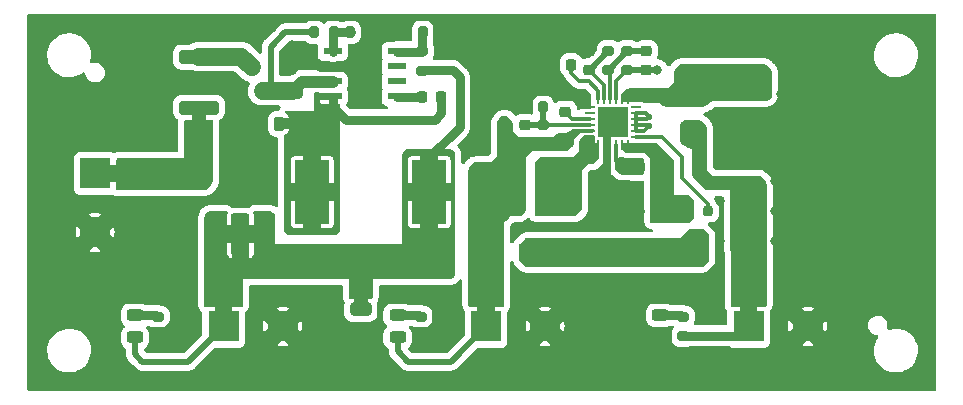
<source format=gtl>
G04 #@! TF.GenerationSoftware,KiCad,Pcbnew,7.0.8*
G04 #@! TF.CreationDate,2023-10-23T09:59:53+02:00*
G04 #@! TF.ProjectId,dual-psu,6475616c-2d70-4737-952e-6b696361645f,rev?*
G04 #@! TF.SameCoordinates,Original*
G04 #@! TF.FileFunction,Copper,L1,Top*
G04 #@! TF.FilePolarity,Positive*
%FSLAX46Y46*%
G04 Gerber Fmt 4.6, Leading zero omitted, Abs format (unit mm)*
G04 Created by KiCad (PCBNEW 7.0.8) date 2023-10-23 09:59:53*
%MOMM*%
%LPD*%
G01*
G04 APERTURE LIST*
G04 Aperture macros list*
%AMRoundRect*
0 Rectangle with rounded corners*
0 $1 Rounding radius*
0 $2 $3 $4 $5 $6 $7 $8 $9 X,Y pos of 4 corners*
0 Add a 4 corners polygon primitive as box body*
4,1,4,$2,$3,$4,$5,$6,$7,$8,$9,$2,$3,0*
0 Add four circle primitives for the rounded corners*
1,1,$1+$1,$2,$3*
1,1,$1+$1,$4,$5*
1,1,$1+$1,$6,$7*
1,1,$1+$1,$8,$9*
0 Add four rect primitives between the rounded corners*
20,1,$1+$1,$2,$3,$4,$5,0*
20,1,$1+$1,$4,$5,$6,$7,0*
20,1,$1+$1,$6,$7,$8,$9,0*
20,1,$1+$1,$8,$9,$2,$3,0*%
G04 Aperture macros list end*
G04 #@! TA.AperFunction,SMDPad,CuDef*
%ADD10RoundRect,0.200000X-0.275000X0.200000X-0.275000X-0.200000X0.275000X-0.200000X0.275000X0.200000X0*%
G04 #@! TD*
G04 #@! TA.AperFunction,SMDPad,CuDef*
%ADD11RoundRect,0.250000X0.325000X0.650000X-0.325000X0.650000X-0.325000X-0.650000X0.325000X-0.650000X0*%
G04 #@! TD*
G04 #@! TA.AperFunction,SMDPad,CuDef*
%ADD12R,2.500000X1.900000*%
G04 #@! TD*
G04 #@! TA.AperFunction,SMDPad,CuDef*
%ADD13RoundRect,0.200000X-0.200000X0.250000X-0.200000X-0.250000X0.200000X-0.250000X0.200000X0.250000X0*%
G04 #@! TD*
G04 #@! TA.AperFunction,SMDPad,CuDef*
%ADD14R,1.550000X0.600000*%
G04 #@! TD*
G04 #@! TA.AperFunction,SMDPad,CuDef*
%ADD15R,2.950000X4.500000*%
G04 #@! TD*
G04 #@! TA.AperFunction,SMDPad,CuDef*
%ADD16RoundRect,0.200000X-0.200000X-0.275000X0.200000X-0.275000X0.200000X0.275000X-0.200000X0.275000X0*%
G04 #@! TD*
G04 #@! TA.AperFunction,ComponentPad*
%ADD17R,2.600000X2.600000*%
G04 #@! TD*
G04 #@! TA.AperFunction,ComponentPad*
%ADD18C,2.600000*%
G04 #@! TD*
G04 #@! TA.AperFunction,SMDPad,CuDef*
%ADD19R,2.900000X5.400000*%
G04 #@! TD*
G04 #@! TA.AperFunction,SMDPad,CuDef*
%ADD20RoundRect,0.200000X0.275000X-0.200000X0.275000X0.200000X-0.275000X0.200000X-0.275000X-0.200000X0*%
G04 #@! TD*
G04 #@! TA.AperFunction,SMDPad,CuDef*
%ADD21RoundRect,0.200000X0.200000X0.275000X-0.200000X0.275000X-0.200000X-0.275000X0.200000X-0.275000X0*%
G04 #@! TD*
G04 #@! TA.AperFunction,SMDPad,CuDef*
%ADD22RoundRect,0.225000X0.250000X-0.225000X0.250000X0.225000X-0.250000X0.225000X-0.250000X-0.225000X0*%
G04 #@! TD*
G04 #@! TA.AperFunction,SMDPad,CuDef*
%ADD23RoundRect,0.250000X0.650000X-0.325000X0.650000X0.325000X-0.650000X0.325000X-0.650000X-0.325000X0*%
G04 #@! TD*
G04 #@! TA.AperFunction,SMDPad,CuDef*
%ADD24RoundRect,0.225000X-0.225000X-0.250000X0.225000X-0.250000X0.225000X0.250000X-0.225000X0.250000X0*%
G04 #@! TD*
G04 #@! TA.AperFunction,SMDPad,CuDef*
%ADD25RoundRect,0.225000X-0.250000X0.225000X-0.250000X-0.225000X0.250000X-0.225000X0.250000X0.225000X0*%
G04 #@! TD*
G04 #@! TA.AperFunction,SMDPad,CuDef*
%ADD26RoundRect,0.225000X0.225000X0.375000X-0.225000X0.375000X-0.225000X-0.375000X0.225000X-0.375000X0*%
G04 #@! TD*
G04 #@! TA.AperFunction,SMDPad,CuDef*
%ADD27RoundRect,0.243750X-0.456250X0.243750X-0.456250X-0.243750X0.456250X-0.243750X0.456250X0.243750X0*%
G04 #@! TD*
G04 #@! TA.AperFunction,SMDPad,CuDef*
%ADD28RoundRect,0.250000X0.550000X-1.500000X0.550000X1.500000X-0.550000X1.500000X-0.550000X-1.500000X0*%
G04 #@! TD*
G04 #@! TA.AperFunction,SMDPad,CuDef*
%ADD29RoundRect,0.250000X-0.250000X-0.475000X0.250000X-0.475000X0.250000X0.475000X-0.250000X0.475000X0*%
G04 #@! TD*
G04 #@! TA.AperFunction,SMDPad,CuDef*
%ADD30RoundRect,0.225000X-0.225000X-0.375000X0.225000X-0.375000X0.225000X0.375000X-0.225000X0.375000X0*%
G04 #@! TD*
G04 #@! TA.AperFunction,SMDPad,CuDef*
%ADD31RoundRect,0.225000X0.225000X0.250000X-0.225000X0.250000X-0.225000X-0.250000X0.225000X-0.250000X0*%
G04 #@! TD*
G04 #@! TA.AperFunction,SMDPad,CuDef*
%ADD32RoundRect,0.250000X0.250000X0.475000X-0.250000X0.475000X-0.250000X-0.475000X0.250000X-0.475000X0*%
G04 #@! TD*
G04 #@! TA.AperFunction,SMDPad,CuDef*
%ADD33RoundRect,0.225000X-0.375000X0.225000X-0.375000X-0.225000X0.375000X-0.225000X0.375000X0.225000X0*%
G04 #@! TD*
G04 #@! TA.AperFunction,SMDPad,CuDef*
%ADD34RoundRect,0.200000X0.200000X-0.250000X0.200000X0.250000X-0.200000X0.250000X-0.200000X-0.250000X0*%
G04 #@! TD*
G04 #@! TA.AperFunction,SMDPad,CuDef*
%ADD35RoundRect,0.250000X-0.650000X0.325000X-0.650000X-0.325000X0.650000X-0.325000X0.650000X0.325000X0*%
G04 #@! TD*
G04 #@! TA.AperFunction,SMDPad,CuDef*
%ADD36RoundRect,0.062500X0.062500X-0.350000X0.062500X0.350000X-0.062500X0.350000X-0.062500X-0.350000X0*%
G04 #@! TD*
G04 #@! TA.AperFunction,SMDPad,CuDef*
%ADD37RoundRect,0.062500X0.350000X-0.062500X0.350000X0.062500X-0.350000X0.062500X-0.350000X-0.062500X0*%
G04 #@! TD*
G04 #@! TA.AperFunction,SMDPad,CuDef*
%ADD38R,2.600000X2.600000*%
G04 #@! TD*
G04 #@! TA.AperFunction,SMDPad,CuDef*
%ADD39RoundRect,0.250000X-1.450000X0.312500X-1.450000X-0.312500X1.450000X-0.312500X1.450000X0.312500X0*%
G04 #@! TD*
G04 #@! TA.AperFunction,ViaPad*
%ADD40C,0.600000*%
G04 #@! TD*
G04 #@! TA.AperFunction,ViaPad*
%ADD41C,0.800000*%
G04 #@! TD*
G04 #@! TA.AperFunction,ViaPad*
%ADD42C,1.000000*%
G04 #@! TD*
G04 #@! TA.AperFunction,Conductor*
%ADD43C,0.750000*%
G04 #@! TD*
G04 #@! TA.AperFunction,Conductor*
%ADD44C,0.500000*%
G04 #@! TD*
G04 #@! TA.AperFunction,Conductor*
%ADD45C,0.300000*%
G04 #@! TD*
G04 #@! TA.AperFunction,Conductor*
%ADD46C,1.500000*%
G04 #@! TD*
G04 #@! TA.AperFunction,Conductor*
%ADD47C,1.000000*%
G04 #@! TD*
G04 APERTURE END LIST*
D10*
X52465000Y-18218500D03*
X52465000Y-19868500D03*
D11*
X72740000Y-31756000D03*
X69790000Y-31756000D03*
D12*
X79215000Y-20806000D03*
X79215000Y-24906000D03*
D13*
X76665000Y-31756000D03*
X74765000Y-31756000D03*
X75715000Y-33756000D03*
D14*
X50283600Y-22036400D03*
X50283600Y-20766400D03*
X50283600Y-19496400D03*
X50283600Y-18226400D03*
X44883600Y-18226400D03*
X44883600Y-19496400D03*
X44883600Y-20766400D03*
X44883600Y-22036400D03*
D15*
X47583600Y-20131400D03*
D16*
X61052500Y-22956000D03*
X62702500Y-22956000D03*
D17*
X24765000Y-28556000D03*
D18*
X24765000Y-33556000D03*
D19*
X43151200Y-30117000D03*
X53051200Y-30117000D03*
D20*
X68215000Y-19831000D03*
X68215000Y-18181000D03*
D17*
X80090000Y-41506000D03*
D18*
X85090000Y-41506000D03*
D16*
X70927500Y-28006000D03*
X72577500Y-28006000D03*
D21*
X44952500Y-16606000D03*
X43302500Y-16606000D03*
D22*
X66615000Y-19781000D03*
X66615000Y-18231000D03*
D23*
X67415000Y-35281000D03*
X67415000Y-32331000D03*
D24*
X52477500Y-22056000D03*
X54027500Y-22056000D03*
D25*
X71415000Y-18231000D03*
X71415000Y-19781000D03*
D26*
X40365000Y-24356000D03*
X37065000Y-24356000D03*
D27*
X28140000Y-40568500D03*
X28140000Y-42443500D03*
D28*
X37065000Y-33706000D03*
X37065000Y-28306000D03*
D23*
X41465000Y-21631000D03*
X41465000Y-18681000D03*
D22*
X64565000Y-23343500D03*
X64565000Y-21793500D03*
D21*
X48027500Y-16606000D03*
X46377500Y-16606000D03*
D17*
X35640000Y-41506000D03*
D18*
X40640000Y-41506000D03*
D25*
X69365000Y-28018500D03*
X69365000Y-29568500D03*
D29*
X75965000Y-27356000D03*
X77865000Y-27356000D03*
D17*
X57865000Y-41506000D03*
D18*
X62865000Y-41506000D03*
D27*
X50365000Y-40568500D03*
X50365000Y-42443500D03*
D30*
X60765000Y-28262800D03*
X64065000Y-28262800D03*
D31*
X65052500Y-19356000D03*
X63502500Y-19356000D03*
D32*
X59540000Y-26056000D03*
X57640000Y-26056000D03*
D20*
X30090000Y-42331000D03*
X30090000Y-40681000D03*
X52340000Y-42331000D03*
X52340000Y-40681000D03*
D33*
X74965000Y-22106000D03*
X74965000Y-25406000D03*
D34*
X37065000Y-21556000D03*
X38965000Y-21556000D03*
X38015000Y-19556000D03*
D10*
X62665000Y-24431000D03*
X62665000Y-26081000D03*
D22*
X61140000Y-26031000D03*
X61140000Y-24481000D03*
D12*
X63265000Y-35128800D03*
X63265000Y-31028800D03*
D16*
X57752500Y-24206000D03*
X59402500Y-24206000D03*
D27*
X72590000Y-40568500D03*
X72590000Y-42443500D03*
D35*
X47265000Y-40081000D03*
X47265000Y-43031000D03*
D20*
X69815000Y-19831000D03*
X69815000Y-18181000D03*
D16*
X50852500Y-16606000D03*
X52502500Y-16606000D03*
D36*
X67365000Y-26143500D03*
X67865000Y-26143500D03*
X68365000Y-26143500D03*
X68865000Y-26143500D03*
X69365000Y-26143500D03*
X69865000Y-26143500D03*
D37*
X70552500Y-25456000D03*
X70552500Y-24956000D03*
X70552500Y-24456000D03*
X70552500Y-23956000D03*
X70552500Y-23456000D03*
X70552500Y-22956000D03*
D36*
X69865000Y-22268500D03*
X69365000Y-22268500D03*
X68865000Y-22268500D03*
X68365000Y-22268500D03*
X67865000Y-22268500D03*
X67365000Y-22268500D03*
D37*
X66677500Y-22956000D03*
X66677500Y-23456000D03*
X66677500Y-23956000D03*
X66677500Y-24456000D03*
X66677500Y-24956000D03*
X66677500Y-25456000D03*
D38*
X68615000Y-24206000D03*
D20*
X74540000Y-42331000D03*
X74540000Y-40681000D03*
D39*
X33547000Y-18708500D03*
X33547000Y-22983500D03*
D10*
X79865000Y-27856000D03*
X79865000Y-29506000D03*
D40*
X67765000Y-24206000D03*
X67765000Y-23356000D03*
X68615000Y-23356000D03*
X69465000Y-23356000D03*
X69465000Y-24206000D03*
X69465000Y-25056000D03*
X68615000Y-25056000D03*
X67765000Y-25056000D03*
D41*
X56715000Y-25506000D03*
X56890000Y-24206000D03*
X60190000Y-22956000D03*
X63640000Y-21781000D03*
X62590000Y-19356000D03*
X66590000Y-17331000D03*
X78815000Y-27356000D03*
X80790000Y-27881000D03*
X80940000Y-25156000D03*
X80940000Y-24256000D03*
X77515000Y-24256000D03*
X77515000Y-25156000D03*
X68715000Y-32906000D03*
X68815000Y-31756000D03*
X52340000Y-43181000D03*
X72590000Y-43381000D03*
X30090000Y-43331000D03*
X29765000Y-16256000D03*
X32265000Y-16256000D03*
X34765000Y-16256000D03*
X37265000Y-16256000D03*
X59765000Y-16256000D03*
X62265000Y-16256000D03*
X64765000Y-16256000D03*
X67265000Y-16256000D03*
X69765000Y-16256000D03*
X72265000Y-16256000D03*
X74765000Y-16256000D03*
X77265000Y-16256000D03*
X79765000Y-16256000D03*
X82265000Y-16256000D03*
X84765000Y-16256000D03*
X87265000Y-16256000D03*
X89765000Y-16256000D03*
X24765000Y-16256000D03*
X20265000Y-26756000D03*
X20265000Y-41756000D03*
X20265000Y-39256000D03*
X20265000Y-36756000D03*
X20265000Y-34256000D03*
X20265000Y-29256000D03*
X20265000Y-24256000D03*
X20265000Y-21756000D03*
X32265000Y-45756000D03*
X34765000Y-45756000D03*
X52265000Y-45756000D03*
X72265000Y-45756000D03*
X82265000Y-45756000D03*
X39765000Y-45756000D03*
X42265000Y-45756000D03*
X64765000Y-45756000D03*
X59765000Y-45756000D03*
X47265000Y-45756000D03*
X49765000Y-45756000D03*
X54765000Y-45756000D03*
X67265000Y-45756000D03*
X27265000Y-45756000D03*
X74765000Y-45756000D03*
X37265000Y-45756000D03*
X44765000Y-45756000D03*
X69765000Y-45756000D03*
X57265000Y-45756000D03*
X87265000Y-45756000D03*
X62265000Y-45756000D03*
X79765000Y-45756000D03*
X84765000Y-45756000D03*
X89765000Y-45756000D03*
X77265000Y-45756000D03*
X29765000Y-45756000D03*
X94765000Y-21756000D03*
X94765000Y-31756000D03*
X94765000Y-24256000D03*
X94765000Y-29256000D03*
X94765000Y-34256000D03*
X94765000Y-26756000D03*
X94765000Y-39256000D03*
X94765000Y-36756000D03*
X94765000Y-41756000D03*
X66915000Y-28706000D03*
X68015000Y-28706000D03*
X66915000Y-29756000D03*
X68015000Y-29756000D03*
X66915000Y-30806000D03*
X68015000Y-30806000D03*
X29765000Y-19256000D03*
X29765000Y-21756000D03*
X29765000Y-24256000D03*
X27265000Y-24256000D03*
X24765000Y-24256000D03*
X27265000Y-21756000D03*
X27265000Y-19256000D03*
X24765000Y-21756000D03*
X24765000Y-36756000D03*
X24765000Y-39256000D03*
X32265000Y-31756000D03*
X57265000Y-19256000D03*
X59765000Y-19256000D03*
X59765000Y-21756000D03*
X57265000Y-21756000D03*
X84765000Y-19256000D03*
X87265000Y-19256000D03*
X82265000Y-26756000D03*
X92265000Y-34256000D03*
X87265000Y-34256000D03*
X84765000Y-34256000D03*
X84765000Y-36756000D03*
X89765000Y-34256000D03*
X89765000Y-36756000D03*
X87265000Y-36756000D03*
X92265000Y-36756000D03*
X92265000Y-39256000D03*
X89765000Y-39256000D03*
X69765000Y-41756000D03*
X32265000Y-36756000D03*
X89765000Y-19256000D03*
X84765000Y-26756000D03*
X92265000Y-26756000D03*
X84765000Y-29256000D03*
X87265000Y-21756000D03*
X89765000Y-21756000D03*
X92265000Y-21756000D03*
X92265000Y-31756000D03*
X39765000Y-16256000D03*
X57265000Y-16256000D03*
X54765000Y-16256000D03*
X43815000Y-19506000D03*
X41465000Y-19806000D03*
X41465000Y-17706000D03*
X42765000Y-18756000D03*
X46565000Y-18306000D03*
X48665000Y-18306000D03*
X46565000Y-19506000D03*
X48665000Y-19506000D03*
X48665000Y-20806000D03*
X46565000Y-20806000D03*
X46565000Y-22056000D03*
X48665000Y-22056000D03*
X48865000Y-16606000D03*
X50015000Y-16606000D03*
X38315000Y-28306000D03*
X35815000Y-28306000D03*
X37065000Y-26106000D03*
X37065000Y-30506000D03*
X36165000Y-24356000D03*
X37965000Y-24356000D03*
X37065000Y-22456000D03*
X56715000Y-26706000D03*
X70915000Y-31756000D03*
X46415000Y-44056000D03*
X48115000Y-44056000D03*
X67265000Y-39256000D03*
X69765000Y-43706000D03*
X69765000Y-39256000D03*
X60815000Y-39256000D03*
X64915000Y-39256000D03*
X76265000Y-39256000D03*
X77665000Y-36106000D03*
X77665000Y-34256000D03*
X22465000Y-24256000D03*
X22465000Y-21756000D03*
X22465000Y-36756000D03*
X22465000Y-39256000D03*
X24765000Y-41756000D03*
X77665000Y-30906000D03*
X35865000Y-21556000D03*
X33515000Y-20756000D03*
X82823000Y-21862000D03*
X82315000Y-31768000D03*
X82315000Y-29228000D03*
X84855000Y-21862000D03*
X92221000Y-29228000D03*
X82315000Y-18560000D03*
X89935000Y-29228000D03*
X27265000Y-16256000D03*
X87395000Y-24148000D03*
X89935000Y-31768000D03*
X89935000Y-26688000D03*
X84855000Y-24148000D03*
X87395000Y-31768000D03*
X82823000Y-24148000D03*
D40*
X68615000Y-24206000D03*
D41*
X92221000Y-24148000D03*
X89935000Y-24148000D03*
X87395000Y-26688000D03*
X82315000Y-34308000D03*
X87395000Y-29228000D03*
X84855000Y-31768000D03*
X24765000Y-45756000D03*
X74965000Y-24456000D03*
X72365000Y-19793500D03*
D42*
X52015000Y-34256000D03*
D41*
X73215000Y-30206000D03*
X72190000Y-30206000D03*
D42*
X53515000Y-34256000D03*
D41*
X72190000Y-29181000D03*
D42*
X52015000Y-35756000D03*
D41*
X73215000Y-29181000D03*
D42*
X53515000Y-35756000D03*
D40*
X71665000Y-24556000D03*
X71665000Y-23756000D03*
X69365000Y-27456000D03*
D43*
X72590000Y-42443500D02*
X72590000Y-43381000D01*
X78965000Y-25156000D02*
X79215000Y-24906000D01*
X44915000Y-19516000D02*
X43825000Y-19516000D01*
D44*
X79865000Y-27893500D02*
X80777500Y-27893500D01*
D43*
X41465000Y-17706000D02*
X41465000Y-18756000D01*
X57265000Y-26056000D02*
X56715000Y-25506000D01*
X37065000Y-28306000D02*
X38315000Y-28306000D01*
X42765000Y-18756000D02*
X41465000Y-18756000D01*
X48865000Y-16606000D02*
X48027500Y-16606000D01*
X48115000Y-44056000D02*
X48115000Y-43881000D01*
X64565000Y-21793500D02*
X63652500Y-21793500D01*
X30090000Y-43331000D02*
X30090000Y-42331000D01*
X43825000Y-19516000D02*
X43815000Y-19506000D01*
X44915000Y-19516000D02*
X46980000Y-19516000D01*
X37065000Y-28306000D02*
X35815000Y-28306000D01*
X63502500Y-19356000D02*
X62590000Y-19356000D01*
X77515000Y-25156000D02*
X78965000Y-25156000D01*
X57640000Y-26056000D02*
X57365000Y-26056000D01*
X50852500Y-16606000D02*
X50015000Y-16606000D01*
X70915000Y-31756000D02*
X69865000Y-31756000D01*
D45*
X64790000Y-21781000D02*
X64565000Y-21781000D01*
D43*
X77865000Y-27356000D02*
X78815000Y-27356000D01*
X37065000Y-28306000D02*
X37065000Y-26106000D01*
X46415000Y-44056000D02*
X46415000Y-43881000D01*
X37065000Y-21556000D02*
X37065000Y-22456000D01*
X37065000Y-24356000D02*
X36165000Y-24356000D01*
X79865000Y-24256000D02*
X79215000Y-24906000D01*
X37065000Y-28306000D02*
X37065000Y-30506000D01*
X77515000Y-24256000D02*
X78565000Y-24256000D01*
X61052500Y-22956000D02*
X60190000Y-22956000D01*
X52340000Y-43181000D02*
X52340000Y-42331000D01*
X41465000Y-18756000D02*
X41465000Y-19806000D01*
X80940000Y-24256000D02*
X79865000Y-24256000D01*
X37065000Y-24356000D02*
X37965000Y-24356000D01*
X57365000Y-26056000D02*
X56715000Y-26706000D01*
D45*
X66677500Y-22956000D02*
X65965000Y-22956000D01*
D43*
X78565000Y-24256000D02*
X79215000Y-24906000D01*
X48115000Y-43881000D02*
X47265000Y-43031000D01*
X46415000Y-43881000D02*
X47265000Y-43031000D01*
X79465000Y-25156000D02*
X79215000Y-24906000D01*
X57752500Y-24206000D02*
X56890000Y-24206000D01*
X66615000Y-18231000D02*
X66615000Y-17356000D01*
D44*
X80777500Y-27893500D02*
X80790000Y-27881000D01*
D45*
X65965000Y-22956000D02*
X64790000Y-21781000D01*
D43*
X80940000Y-25156000D02*
X79465000Y-25156000D01*
X66615000Y-17356000D02*
X66590000Y-17331000D01*
X63652500Y-21793500D02*
X63640000Y-21781000D01*
X57640000Y-26056000D02*
X57265000Y-26056000D01*
D44*
X50365000Y-42443500D02*
X50365000Y-43606000D01*
X54865000Y-44506000D02*
X57865000Y-41506000D01*
X51265000Y-44506000D02*
X54865000Y-44506000D01*
X50365000Y-43606000D02*
X51265000Y-44506000D01*
X71415000Y-19793500D02*
X71415000Y-19793500D01*
X69815000Y-19793500D02*
X71415000Y-19793500D01*
D43*
X79302500Y-42293500D02*
X80090000Y-41506000D01*
D45*
X68865000Y-22268500D02*
X68865000Y-20743500D01*
D43*
X74540000Y-42293500D02*
X79302500Y-42293500D01*
D45*
X68865000Y-20743500D02*
X69815000Y-19793500D01*
D44*
X71415000Y-19793500D02*
X72365000Y-19793500D01*
X32640000Y-44506000D02*
X35640000Y-41506000D01*
D43*
X55615000Y-24656000D02*
X53065000Y-27206000D01*
D44*
X28140000Y-43881000D02*
X28765000Y-44506000D01*
D43*
X55040000Y-19831000D02*
X55615000Y-20406000D01*
D44*
X28140000Y-42443500D02*
X28140000Y-43881000D01*
D43*
X55615000Y-20406000D02*
X55615000Y-24656000D01*
X52465000Y-19831000D02*
X55040000Y-19831000D01*
X53065000Y-27206000D02*
X53065000Y-30206000D01*
D44*
X28765000Y-44506000D02*
X32640000Y-44506000D01*
X40865000Y-16606000D02*
X39615000Y-17856000D01*
D46*
X40265000Y-21556000D02*
X38965000Y-21556000D01*
D44*
X43340000Y-16606000D02*
X40865000Y-16606000D01*
D46*
X41465000Y-21556000D02*
X40265000Y-21556000D01*
D47*
X44915000Y-20786000D02*
X42235000Y-20786000D01*
D44*
X39615000Y-20906000D02*
X40265000Y-21556000D01*
D47*
X42235000Y-20786000D02*
X41465000Y-21556000D01*
D44*
X39615000Y-17856000D02*
X39615000Y-20906000D01*
D45*
X70552500Y-23456000D02*
X71365000Y-23456000D01*
X71465000Y-23956000D02*
X71665000Y-23756000D01*
X71365000Y-23456000D02*
X71665000Y-23756000D01*
X71265000Y-24956000D02*
X71665000Y-24556000D01*
X68865000Y-27506000D02*
X69365000Y-28006000D01*
X70552500Y-23456000D02*
X70552500Y-24956000D01*
X70552500Y-24456000D02*
X71565000Y-24456000D01*
X70552500Y-24956000D02*
X71265000Y-24956000D01*
X70552500Y-23956000D02*
X71465000Y-23956000D01*
X71565000Y-24456000D02*
X71665000Y-24556000D01*
X68865000Y-26143500D02*
X68865000Y-27506000D01*
D43*
X52465000Y-22056000D02*
X50315000Y-22056000D01*
X54040000Y-23481000D02*
X53515000Y-24006000D01*
X53515000Y-24006000D02*
X46015000Y-24006000D01*
X46015000Y-24006000D02*
X44915000Y-22906000D01*
X44915000Y-22906000D02*
X44915000Y-22056000D01*
X54040000Y-22056000D02*
X54040000Y-23481000D01*
D45*
X65165000Y-23956000D02*
X64565000Y-23356000D01*
X66677500Y-23956000D02*
X65165000Y-23956000D01*
D44*
X62665000Y-22956000D02*
X62665000Y-24468500D01*
D45*
X62677500Y-24456000D02*
X62665000Y-24468500D01*
X66677500Y-24456000D02*
X62677500Y-24456000D01*
D44*
X61140000Y-24468500D02*
X62665000Y-24468500D01*
D45*
X68365000Y-22268500D02*
X68365000Y-19943500D01*
D44*
X68240000Y-19793500D02*
X69815000Y-18218500D01*
D45*
X68365000Y-19943500D02*
X68215000Y-19793500D01*
D44*
X69815000Y-18218500D02*
X71415000Y-18218500D01*
X68215000Y-19793500D02*
X68240000Y-19793500D01*
X66615000Y-19793500D02*
X66640000Y-19793500D01*
X66640000Y-19793500D02*
X68215000Y-18218500D01*
D45*
X67865000Y-22268500D02*
X67865000Y-21043500D01*
X67865000Y-21043500D02*
X66615000Y-19793500D01*
X65065000Y-20056000D02*
X65065000Y-19356000D01*
X65765000Y-20756000D02*
X65065000Y-20056000D01*
X66565000Y-20756000D02*
X65765000Y-20756000D01*
X67365000Y-22268500D02*
X67365000Y-21556000D01*
X67365000Y-21556000D02*
X66565000Y-20756000D01*
D43*
X28140000Y-40568500D02*
X29940000Y-40568500D01*
X29940000Y-40568500D02*
X30090000Y-40718500D01*
X52190000Y-40568500D02*
X52340000Y-40718500D01*
X50365000Y-40568500D02*
X52190000Y-40568500D01*
X72590000Y-40568500D02*
X74390000Y-40568500D01*
X74390000Y-40568500D02*
X74540000Y-40718500D01*
D46*
X33515000Y-18668500D02*
X37127500Y-18668500D01*
X37127500Y-18668500D02*
X38015000Y-19556000D01*
D45*
X72765000Y-25456000D02*
X74465000Y-27156000D01*
X76665000Y-31156000D02*
X76665000Y-31756000D01*
X74465000Y-27156000D02*
X74465000Y-28956000D01*
X70552500Y-25456000D02*
X72765000Y-25456000D01*
X74465000Y-28956000D02*
X76665000Y-31156000D01*
D43*
X44915000Y-16606000D02*
X46415000Y-16606000D01*
X44915000Y-18246000D02*
X44915000Y-16606000D01*
X52455000Y-18246000D02*
X52465000Y-18256000D01*
X50315000Y-18246000D02*
X52455000Y-18246000D01*
X52465000Y-18256000D02*
X52465000Y-16606000D01*
G04 #@! TA.AperFunction,Conductor*
G36*
X75861983Y-24056538D02*
G01*
X75970857Y-24070871D01*
X76002624Y-24079383D01*
X76092572Y-24116641D01*
X76121051Y-24133084D01*
X76208175Y-24199936D01*
X76214362Y-24205362D01*
X76415636Y-24406636D01*
X76421068Y-24412830D01*
X76487913Y-24499944D01*
X76504360Y-24528430D01*
X76541615Y-24618372D01*
X76550128Y-24650143D01*
X76564460Y-24759007D01*
X76565000Y-24767239D01*
X76565000Y-28256000D01*
X76711451Y-28402451D01*
X76711461Y-28402462D01*
X76918537Y-28609538D01*
X76918547Y-28609547D01*
X77065000Y-28756000D01*
X80903760Y-28756000D01*
X80911983Y-28756538D01*
X81020857Y-28770871D01*
X81052624Y-28779383D01*
X81142572Y-28816641D01*
X81171051Y-28833084D01*
X81258175Y-28899936D01*
X81264362Y-28905362D01*
X81465636Y-29106636D01*
X81471068Y-29112830D01*
X81537913Y-29199944D01*
X81554360Y-29228430D01*
X81591615Y-29318372D01*
X81600128Y-29350143D01*
X81614460Y-29459007D01*
X81615000Y-29467239D01*
X81615000Y-39738253D01*
X81594998Y-39806374D01*
X81541342Y-39852867D01*
X81471068Y-39862971D01*
X81470835Y-39862937D01*
X81423223Y-39856000D01*
X80840000Y-39856000D01*
X80840000Y-42130000D01*
X80819998Y-42198121D01*
X80766342Y-42244614D01*
X80714000Y-42256000D01*
X79466000Y-42256000D01*
X79397879Y-42235998D01*
X79351386Y-42182342D01*
X79340000Y-42130000D01*
X79340000Y-41464862D01*
X79436127Y-41464862D01*
X79446439Y-41628766D01*
X79497188Y-41784956D01*
X79585186Y-41923619D01*
X79704903Y-42036040D01*
X79848817Y-42115158D01*
X80007886Y-42156000D01*
X80130894Y-42156000D01*
X80252933Y-42140583D01*
X80405629Y-42080126D01*
X80538492Y-41983595D01*
X80643175Y-41857055D01*
X80713100Y-41708457D01*
X80743873Y-41547138D01*
X80733561Y-41383234D01*
X80682812Y-41227044D01*
X80594814Y-41088381D01*
X80475097Y-40975960D01*
X80331183Y-40896842D01*
X80172114Y-40856000D01*
X80049106Y-40856000D01*
X79927067Y-40871417D01*
X79774371Y-40931874D01*
X79641508Y-41028405D01*
X79536825Y-41154945D01*
X79466900Y-41303543D01*
X79436127Y-41464862D01*
X79340000Y-41464862D01*
X79340000Y-39856000D01*
X78756780Y-39856000D01*
X78715198Y-39862058D01*
X78644905Y-39852084D01*
X78591164Y-39805690D01*
X78571038Y-39738100D01*
X78517862Y-30503126D01*
X78515000Y-30006000D01*
X78017871Y-30006000D01*
X76726240Y-30006000D01*
X76718008Y-30005460D01*
X76609144Y-29991128D01*
X76577372Y-29982615D01*
X76487430Y-29945360D01*
X76458944Y-29928913D01*
X76371825Y-29862064D01*
X76365636Y-29856636D01*
X75414362Y-28905362D01*
X75408936Y-28899175D01*
X75342084Y-28812051D01*
X75325641Y-28783572D01*
X75288383Y-28693624D01*
X75279871Y-28661854D01*
X75272984Y-28609538D01*
X75265538Y-28552983D01*
X75265000Y-28544760D01*
X75265000Y-26815022D01*
X75265000Y-26815017D01*
X75265000Y-26506000D01*
X74988609Y-26367804D01*
X74988610Y-26367804D01*
X74988608Y-26367803D01*
X74693071Y-26220035D01*
X74545297Y-26146148D01*
X74537793Y-26141723D01*
X74442159Y-26076009D01*
X74416498Y-26052558D01*
X74350873Y-25973363D01*
X74332596Y-25943790D01*
X74291108Y-25849670D01*
X74281609Y-25816230D01*
X74265603Y-25701314D01*
X74265000Y-25692613D01*
X74265000Y-24560132D01*
X74265538Y-24551910D01*
X74279872Y-24443033D01*
X74288382Y-24411270D01*
X74325640Y-24321321D01*
X74342082Y-24292843D01*
X74401351Y-24215603D01*
X74424603Y-24192351D01*
X74501843Y-24133082D01*
X74530321Y-24116640D01*
X74620270Y-24079382D01*
X74652033Y-24070872D01*
X74760909Y-24056538D01*
X74769133Y-24056000D01*
X75853760Y-24056000D01*
X75861983Y-24056538D01*
G37*
G04 #@! TD.AperFunction*
G04 #@! TA.AperFunction,Conductor*
G36*
X81361983Y-19306538D02*
G01*
X81470857Y-19320871D01*
X81502624Y-19329383D01*
X81592572Y-19366641D01*
X81621051Y-19383084D01*
X81708175Y-19449936D01*
X81714362Y-19455362D01*
X81915636Y-19656636D01*
X81921068Y-19662830D01*
X81987913Y-19749944D01*
X82004360Y-19778430D01*
X82041615Y-19868372D01*
X82050128Y-19900143D01*
X82064460Y-20009007D01*
X82065000Y-20017239D01*
X82065000Y-21901867D01*
X82064460Y-21910099D01*
X82050128Y-22018963D01*
X82041615Y-22050734D01*
X82004361Y-22140673D01*
X81987914Y-22169160D01*
X81928650Y-22246393D01*
X81905393Y-22269650D01*
X81828160Y-22328914D01*
X81799673Y-22345361D01*
X81709734Y-22382615D01*
X81677963Y-22391128D01*
X81569099Y-22405460D01*
X81560867Y-22406000D01*
X77015000Y-22406000D01*
X76875931Y-22521888D01*
X76875930Y-22521890D01*
X76562493Y-22783089D01*
X76544552Y-22795572D01*
X76423360Y-22865131D01*
X76382413Y-22879956D01*
X76269493Y-22899768D01*
X76244780Y-22904104D01*
X76223007Y-22906000D01*
X73126240Y-22906000D01*
X73118008Y-22905460D01*
X73009144Y-22891128D01*
X72977372Y-22882615D01*
X72887430Y-22845360D01*
X72858944Y-22828913D01*
X72771825Y-22762064D01*
X72765635Y-22756635D01*
X72711447Y-22702447D01*
X72565000Y-22556000D01*
X72357895Y-22556000D01*
X71180079Y-22556000D01*
X71122877Y-22542267D01*
X71081730Y-22521302D01*
X71031716Y-22495818D01*
X71012372Y-22492754D01*
X70935003Y-22480500D01*
X70934999Y-22480500D01*
X70169999Y-22480500D01*
X70073286Y-22495817D01*
X70014406Y-22525818D01*
X69983104Y-22541767D01*
X69925902Y-22555500D01*
X69621761Y-22555500D01*
X69602051Y-22553949D01*
X69581416Y-22550681D01*
X69526553Y-22541991D01*
X69489062Y-22529809D01*
X69427053Y-22498214D01*
X69395161Y-22475042D01*
X69392363Y-22472244D01*
X69358337Y-22409932D01*
X69356741Y-22365218D01*
X69365500Y-22304299D01*
X69365500Y-21812202D01*
X69385502Y-21744081D01*
X69391527Y-21735512D01*
X69408943Y-21712815D01*
X69414355Y-21706644D01*
X69615644Y-21505355D01*
X69621816Y-21499942D01*
X69708951Y-21433081D01*
X69737423Y-21416642D01*
X69827377Y-21379382D01*
X69859140Y-21370872D01*
X69968016Y-21356538D01*
X69976240Y-21356000D01*
X73057886Y-21356000D01*
X73057893Y-21356000D01*
X73265000Y-21356000D01*
X73765000Y-20856000D01*
X73765000Y-20017239D01*
X73765538Y-20009017D01*
X73779872Y-19900140D01*
X73788382Y-19868377D01*
X73825642Y-19778423D01*
X73842081Y-19749951D01*
X73908942Y-19662816D01*
X73914355Y-19656644D01*
X74115644Y-19455355D01*
X74121816Y-19449942D01*
X74208951Y-19383081D01*
X74237423Y-19366642D01*
X74327377Y-19329382D01*
X74359140Y-19320872D01*
X74468016Y-19306538D01*
X74476240Y-19306000D01*
X81353760Y-19306000D01*
X81361983Y-19306538D01*
G37*
G04 #@! TD.AperFunction*
G04 #@! TA.AperFunction,Conductor*
G36*
X72328533Y-25976002D02*
G01*
X72352334Y-25995823D01*
X73780922Y-27519650D01*
X73812920Y-27583027D01*
X73815000Y-27605827D01*
X73815000Y-30356000D01*
X74912810Y-30356000D01*
X74980931Y-30376002D01*
X75001905Y-30392905D01*
X75428095Y-30819095D01*
X75462121Y-30881407D01*
X75465000Y-30908190D01*
X75465000Y-32203810D01*
X75444998Y-32271931D01*
X75428095Y-32292905D01*
X75001905Y-32719095D01*
X74939593Y-32753121D01*
X74912810Y-32756000D01*
X71891000Y-32756000D01*
X71822879Y-32735998D01*
X71776386Y-32682342D01*
X71765000Y-32630000D01*
X71765000Y-27356001D01*
X71765000Y-27356000D01*
X71315000Y-26856000D01*
X69817190Y-26856000D01*
X69749069Y-26835998D01*
X69728095Y-26819095D01*
X69302405Y-26393405D01*
X69268379Y-26331093D01*
X69265500Y-26304310D01*
X69265500Y-26111982D01*
X69265194Y-26108099D01*
X69265000Y-26103154D01*
X69265000Y-26082000D01*
X69285002Y-26013879D01*
X69338658Y-25967386D01*
X69391000Y-25956000D01*
X72260412Y-25956000D01*
X72328533Y-25976002D01*
G37*
G04 #@! TD.AperFunction*
G04 #@! TA.AperFunction,Conductor*
G36*
X71157121Y-27276002D02*
G01*
X71203614Y-27329658D01*
X71215000Y-27382000D01*
X71215000Y-28530000D01*
X71194998Y-28598121D01*
X71141342Y-28644614D01*
X71089000Y-28656000D01*
X69317190Y-28656000D01*
X69249069Y-28635998D01*
X69228095Y-28619095D01*
X68801905Y-28192905D01*
X68767879Y-28130593D01*
X68765000Y-28103810D01*
X68765000Y-27382000D01*
X68785002Y-27313879D01*
X68838658Y-27267386D01*
X68891000Y-27256000D01*
X71089000Y-27256000D01*
X71157121Y-27276002D01*
G37*
G04 #@! TD.AperFunction*
G04 #@! TA.AperFunction,Conductor*
G36*
X59532904Y-23668231D02*
G01*
X59564667Y-23676741D01*
X59635922Y-23706256D01*
X59664403Y-23722701D01*
X59735470Y-23777233D01*
X59741664Y-23782664D01*
X59965636Y-24006636D01*
X59971068Y-24012830D01*
X60037913Y-24099944D01*
X60054360Y-24128430D01*
X60091615Y-24218372D01*
X60100128Y-24250143D01*
X60114460Y-24359007D01*
X60115000Y-24367239D01*
X60115000Y-24956000D01*
X60261451Y-25102451D01*
X60261461Y-25102462D01*
X60468537Y-25309538D01*
X60468547Y-25309547D01*
X60615000Y-25456000D01*
X63357886Y-25456000D01*
X63357893Y-25456000D01*
X63565000Y-25456000D01*
X63715630Y-25305369D01*
X63721817Y-25299941D01*
X63808954Y-25233079D01*
X63837423Y-25216642D01*
X63927377Y-25179382D01*
X63959140Y-25170872D01*
X64068016Y-25156538D01*
X64076240Y-25156000D01*
X64489605Y-25156000D01*
X64489609Y-25156000D01*
X64665000Y-25156000D01*
X64946250Y-24931000D01*
X65019732Y-24872214D01*
X65037352Y-24860406D01*
X65106128Y-24822291D01*
X65167202Y-24806500D01*
X66706536Y-24806500D01*
X66706540Y-24806500D01*
X66792881Y-24792092D01*
X66792883Y-24792091D01*
X66802755Y-24788702D01*
X66803807Y-24791768D01*
X66844363Y-24781499D01*
X66927363Y-24781499D01*
X66995484Y-24801501D01*
X67016458Y-24818404D01*
X67017680Y-24819626D01*
X67050291Y-24876108D01*
X67056261Y-24898387D01*
X67056261Y-24963614D01*
X67050291Y-24985892D01*
X67017680Y-25042373D01*
X67001372Y-25058681D01*
X66944890Y-25091291D01*
X66926550Y-25096206D01*
X66893939Y-25100500D01*
X66264258Y-25100500D01*
X66250590Y-25101413D01*
X66250584Y-25101413D01*
X66250581Y-25101414D01*
X66220573Y-25105440D01*
X66212187Y-25106000D01*
X65865000Y-25106000D01*
X65721971Y-25236026D01*
X65721963Y-25236032D01*
X65478669Y-25457209D01*
X65478665Y-25457213D01*
X65315000Y-25606000D01*
X65315000Y-25827185D01*
X65315000Y-25827188D01*
X65315000Y-25930428D01*
X65314393Y-25939157D01*
X65298286Y-26054431D01*
X65288727Y-26087967D01*
X65246988Y-26182321D01*
X65228602Y-26211955D01*
X65154139Y-26301416D01*
X65148089Y-26307737D01*
X64910908Y-26523356D01*
X64904864Y-26528207D01*
X64820557Y-26587741D01*
X64793312Y-26602339D01*
X64707956Y-26635339D01*
X64677975Y-26642865D01*
X64575546Y-26655524D01*
X64567812Y-26656000D01*
X61765000Y-26656000D01*
X61618558Y-26802442D01*
X61618537Y-26802461D01*
X61411461Y-27009537D01*
X61411442Y-27009558D01*
X61265000Y-27156000D01*
X61265000Y-27363104D01*
X61265000Y-31494760D01*
X61264460Y-31502992D01*
X61250128Y-31611856D01*
X61241615Y-31643627D01*
X61204360Y-31733569D01*
X61187913Y-31762055D01*
X61121068Y-31849169D01*
X61115629Y-31855371D01*
X60914371Y-32056629D01*
X60908169Y-32062068D01*
X60821055Y-32128913D01*
X60792569Y-32145360D01*
X60702627Y-32182615D01*
X60670856Y-32191128D01*
X60561992Y-32205460D01*
X60553760Y-32206000D01*
X59915000Y-32206000D01*
X59768558Y-32352442D01*
X59768537Y-32352461D01*
X59560452Y-32560546D01*
X59560439Y-32560561D01*
X59415000Y-32706000D01*
X59414002Y-32911684D01*
X59414002Y-32911686D01*
X59380865Y-39737535D01*
X59360532Y-39805558D01*
X59306651Y-39851789D01*
X59236699Y-39861607D01*
X59198218Y-39856000D01*
X58615000Y-39856000D01*
X58615000Y-42130000D01*
X58594998Y-42198121D01*
X58541342Y-42244614D01*
X58489000Y-42256000D01*
X57241000Y-42256000D01*
X57172879Y-42235998D01*
X57126386Y-42182342D01*
X57115000Y-42130000D01*
X57115000Y-41464862D01*
X57211127Y-41464862D01*
X57221439Y-41628766D01*
X57272188Y-41784956D01*
X57360186Y-41923619D01*
X57479903Y-42036040D01*
X57623817Y-42115158D01*
X57782886Y-42156000D01*
X57905894Y-42156000D01*
X58027933Y-42140583D01*
X58180629Y-42080126D01*
X58313492Y-41983595D01*
X58418175Y-41857055D01*
X58488100Y-41708457D01*
X58518873Y-41547138D01*
X58508561Y-41383234D01*
X58457812Y-41227044D01*
X58369814Y-41088381D01*
X58250097Y-40975960D01*
X58106183Y-40896842D01*
X57947114Y-40856000D01*
X57824106Y-40856000D01*
X57702067Y-40871417D01*
X57549371Y-40931874D01*
X57416508Y-41028405D01*
X57311825Y-41154945D01*
X57241900Y-41303543D01*
X57211127Y-41464862D01*
X57115000Y-41464862D01*
X57115000Y-39856000D01*
X56531781Y-39856000D01*
X56509163Y-39859296D01*
X56438871Y-39849323D01*
X56385129Y-39802929D01*
X56365000Y-39734846D01*
X56365000Y-28267239D01*
X56365538Y-28259017D01*
X56379872Y-28150140D01*
X56388382Y-28118377D01*
X56425642Y-28028423D01*
X56442081Y-27999951D01*
X56508942Y-27912816D01*
X56514355Y-27906644D01*
X56715644Y-27705355D01*
X56721816Y-27699942D01*
X56808951Y-27633081D01*
X56837423Y-27616642D01*
X56927377Y-27579382D01*
X56959140Y-27570872D01*
X57068016Y-27556538D01*
X57076240Y-27556000D01*
X58057886Y-27556000D01*
X58057893Y-27556000D01*
X58265000Y-27556000D01*
X58765000Y-27056000D01*
X58765000Y-24367239D01*
X58765538Y-24359017D01*
X58779872Y-24250140D01*
X58788382Y-24218377D01*
X58825642Y-24128423D01*
X58842081Y-24099951D01*
X58908942Y-24012816D01*
X58914355Y-24006644D01*
X59138342Y-23782657D01*
X59144529Y-23777233D01*
X59215596Y-23722701D01*
X59244074Y-23706258D01*
X59315334Y-23676740D01*
X59347093Y-23668231D01*
X59423555Y-23658165D01*
X59456445Y-23658165D01*
X59532904Y-23668231D01*
G37*
G04 #@! TD.AperFunction*
G04 #@! TA.AperFunction,Conductor*
G36*
X76280931Y-33276002D02*
G01*
X76301905Y-33292905D01*
X76728095Y-33719095D01*
X76762121Y-33781407D01*
X76765000Y-33808190D01*
X76765000Y-35903810D01*
X76744998Y-35971931D01*
X76728095Y-35992905D01*
X76301905Y-36419095D01*
X76239593Y-36453121D01*
X76212810Y-36456000D01*
X61217190Y-36456000D01*
X61149069Y-36435998D01*
X61128095Y-36419095D01*
X60701905Y-35992905D01*
X60667879Y-35930593D01*
X60665000Y-35903810D01*
X60665000Y-34608190D01*
X60685002Y-34540069D01*
X60701905Y-34519095D01*
X61128095Y-34092905D01*
X61190407Y-34058879D01*
X61217190Y-34056000D01*
X74264999Y-34056000D01*
X74265000Y-34056000D01*
X74565000Y-33756000D01*
X75028095Y-33292905D01*
X75090407Y-33258879D01*
X75117190Y-33256000D01*
X76212810Y-33256000D01*
X76280931Y-33276002D01*
G37*
G04 #@! TD.AperFunction*
G04 #@! TA.AperFunction,Conductor*
G36*
X67007121Y-25326002D02*
G01*
X67053614Y-25379658D01*
X67065000Y-25432000D01*
X67065000Y-25956000D01*
X67339000Y-25956000D01*
X67407121Y-25976002D01*
X67453614Y-26029658D01*
X67465000Y-26082000D01*
X67465000Y-27203810D01*
X67444998Y-27271931D01*
X67428095Y-27292905D01*
X67001905Y-27719095D01*
X66939593Y-27753121D01*
X66912810Y-27756000D01*
X66464998Y-27756000D01*
X65965000Y-28255998D01*
X65965000Y-31603810D01*
X65944998Y-31671931D01*
X65928095Y-31692905D01*
X65501905Y-32119095D01*
X65439593Y-32153121D01*
X65412810Y-32156000D01*
X62515000Y-32156000D01*
X62091000Y-32156000D01*
X62022879Y-32135998D01*
X61976386Y-32082342D01*
X61965000Y-32030000D01*
X61965000Y-27708190D01*
X61985002Y-27640069D01*
X62001905Y-27619095D01*
X62428095Y-27192905D01*
X62490407Y-27158879D01*
X62517190Y-27156000D01*
X65265000Y-27156000D01*
X65765000Y-26656000D01*
X65765000Y-25854351D01*
X65785002Y-25786230D01*
X65797345Y-25770061D01*
X66177461Y-25347710D01*
X66237899Y-25310457D01*
X66271116Y-25306000D01*
X66939000Y-25306000D01*
X67007121Y-25326002D01*
G37*
G04 #@! TD.AperFunction*
G04 #@! TA.AperFunction,Conductor*
G36*
X68465000Y-27156000D02*
G01*
X68465000Y-28656000D01*
X68965000Y-29156000D01*
X70065000Y-29156000D01*
X70565000Y-29656000D01*
X70565000Y-32856000D01*
X70065000Y-33356000D01*
X66965000Y-33356000D01*
X66465000Y-32856000D01*
X66465000Y-28756000D01*
X66965000Y-28256000D01*
X67765000Y-28256000D01*
X67765000Y-24806000D01*
X68415000Y-24806000D01*
X68465000Y-27156000D01*
G37*
G04 #@! TD.AperFunction*
G04 #@! TA.AperFunction,Conductor*
G36*
X34051621Y-22441002D02*
G01*
X34098114Y-22494658D01*
X34109500Y-22547000D01*
X34109500Y-24045999D01*
X34639000Y-24045999D01*
X34707121Y-24066001D01*
X34753614Y-24119657D01*
X34765000Y-24171999D01*
X34765000Y-29002905D01*
X34764696Y-29009084D01*
X34747001Y-29188738D01*
X34742183Y-29212962D01*
X34692482Y-29376808D01*
X34683029Y-29399629D01*
X34602318Y-29550627D01*
X34588595Y-29571165D01*
X34479979Y-29703514D01*
X34462514Y-29720979D01*
X34330165Y-29829595D01*
X34309627Y-29843318D01*
X34158629Y-29924029D01*
X34135808Y-29933482D01*
X33971962Y-29983183D01*
X33947738Y-29988001D01*
X33768085Y-30005696D01*
X33761906Y-30006000D01*
X26691000Y-30006000D01*
X26622879Y-29985998D01*
X26576386Y-29932342D01*
X26565000Y-29880000D01*
X26565000Y-29306000D01*
X24141000Y-29306000D01*
X24072879Y-29285998D01*
X24026386Y-29232342D01*
X24015000Y-29180000D01*
X24015000Y-28514862D01*
X24111127Y-28514862D01*
X24121439Y-28678766D01*
X24172188Y-28834956D01*
X24260186Y-28973619D01*
X24379903Y-29086040D01*
X24523817Y-29165158D01*
X24682886Y-29206000D01*
X24805894Y-29206000D01*
X24927933Y-29190583D01*
X25080629Y-29130126D01*
X25213492Y-29033595D01*
X25318175Y-28907055D01*
X25388100Y-28758457D01*
X25418873Y-28597138D01*
X25408561Y-28433234D01*
X25357812Y-28277044D01*
X25269814Y-28138381D01*
X25150097Y-28025960D01*
X25006183Y-27946842D01*
X24847114Y-27906000D01*
X24724106Y-27906000D01*
X24602067Y-27921417D01*
X24449371Y-27981874D01*
X24316508Y-28078405D01*
X24211825Y-28204945D01*
X24141900Y-28353543D01*
X24111127Y-28514862D01*
X24015000Y-28514862D01*
X24015000Y-27932000D01*
X24035002Y-27863879D01*
X24088658Y-27817386D01*
X24141000Y-27806000D01*
X26565000Y-27806000D01*
X26565000Y-27382000D01*
X26585002Y-27313879D01*
X26638658Y-27267386D01*
X26691000Y-27256000D01*
X31264991Y-27256000D01*
X31265000Y-27256000D01*
X32265000Y-27256000D01*
X32265000Y-24171999D01*
X32285002Y-24103878D01*
X32338658Y-24057385D01*
X32391000Y-24045999D01*
X32984500Y-24045999D01*
X32984500Y-22547000D01*
X33004502Y-22478879D01*
X33058158Y-22432386D01*
X33110500Y-22421000D01*
X33983500Y-22421000D01*
X34051621Y-22441002D01*
G37*
G04 #@! TD.AperFunction*
G04 #@! TA.AperFunction,Conductor*
G36*
X43700721Y-21656502D02*
G01*
X43747214Y-21710158D01*
X43751344Y-21729145D01*
X43758599Y-21736400D01*
X45057600Y-21736400D01*
X45125721Y-21756402D01*
X45172214Y-21810058D01*
X45183600Y-21862400D01*
X45183600Y-22686399D01*
X45389000Y-22686399D01*
X45457121Y-22706401D01*
X45503614Y-22760057D01*
X45515000Y-22812399D01*
X45515000Y-33251867D01*
X45514460Y-33260099D01*
X45500128Y-33368963D01*
X45491615Y-33400734D01*
X45454361Y-33490673D01*
X45437914Y-33519160D01*
X45378650Y-33596393D01*
X45355393Y-33619650D01*
X45278160Y-33678914D01*
X45249673Y-33695361D01*
X45159734Y-33732615D01*
X45127963Y-33741128D01*
X45019099Y-33755460D01*
X45010867Y-33756000D01*
X41269133Y-33756000D01*
X41260901Y-33755460D01*
X41152037Y-33741128D01*
X41120265Y-33732615D01*
X41030326Y-33695361D01*
X41001839Y-33678914D01*
X40924606Y-33619650D01*
X40901349Y-33596393D01*
X40842085Y-33519160D01*
X40825638Y-33490673D01*
X40788384Y-33400734D01*
X40779871Y-33368961D01*
X40765538Y-33260090D01*
X40765000Y-33251867D01*
X40765000Y-30867000D01*
X41351201Y-30867000D01*
X41351201Y-32850216D01*
X41361111Y-32918247D01*
X41361112Y-32918248D01*
X41412414Y-33023190D01*
X41495009Y-33105785D01*
X41495011Y-33105786D01*
X41599948Y-33157086D01*
X41599950Y-33157087D01*
X41667982Y-33166999D01*
X42401200Y-33166999D01*
X42401200Y-30867000D01*
X43901200Y-30867000D01*
X43901200Y-33166999D01*
X44634417Y-33166999D01*
X44702447Y-33157088D01*
X44702448Y-33157087D01*
X44807390Y-33105785D01*
X44889985Y-33023190D01*
X44889986Y-33023188D01*
X44941286Y-32918251D01*
X44941287Y-32918249D01*
X44951199Y-32850220D01*
X44951200Y-32850214D01*
X44951200Y-30867000D01*
X43901200Y-30867000D01*
X42401200Y-30867000D01*
X41351201Y-30867000D01*
X40765000Y-30867000D01*
X40765000Y-29367000D01*
X41351200Y-29367000D01*
X42401200Y-29367000D01*
X42401200Y-27067000D01*
X43901200Y-27067000D01*
X43901200Y-29367000D01*
X44951199Y-29367000D01*
X44951199Y-27383783D01*
X44941288Y-27315752D01*
X44941287Y-27315751D01*
X44889985Y-27210809D01*
X44807390Y-27128214D01*
X44807388Y-27128213D01*
X44702451Y-27076913D01*
X44702449Y-27076912D01*
X44634420Y-27067000D01*
X43901200Y-27067000D01*
X42401200Y-27067000D01*
X41667983Y-27067000D01*
X41599952Y-27076911D01*
X41599951Y-27076912D01*
X41495009Y-27128214D01*
X41412414Y-27210809D01*
X41412413Y-27210811D01*
X41361113Y-27315748D01*
X41361112Y-27315750D01*
X41351200Y-27383779D01*
X41351200Y-29367000D01*
X40765000Y-29367000D01*
X40765000Y-25756007D01*
X40765000Y-25756000D01*
X40765000Y-25280888D01*
X40879980Y-25233263D01*
X41000095Y-25141095D01*
X41092263Y-25020980D01*
X41150199Y-24881105D01*
X41160088Y-24806000D01*
X40041000Y-24806000D01*
X39972879Y-24785998D01*
X39926386Y-24732342D01*
X39915000Y-24680000D01*
X39915000Y-24032000D01*
X39935002Y-23963879D01*
X39988658Y-23917386D01*
X40041000Y-23906000D01*
X41160088Y-23906000D01*
X41160087Y-23905999D01*
X41150199Y-23830894D01*
X41092263Y-23691019D01*
X41000095Y-23570904D01*
X40884183Y-23481962D01*
X40842316Y-23424625D01*
X40838094Y-23353754D01*
X40872858Y-23291851D01*
X40935571Y-23258569D01*
X40960887Y-23256000D01*
X42764993Y-23256000D01*
X42765000Y-23256000D01*
X43265000Y-23256000D01*
X43265000Y-22336400D01*
X43758601Y-22336400D01*
X43758601Y-22369616D01*
X43768511Y-22437647D01*
X43768512Y-22437648D01*
X43819814Y-22542590D01*
X43902409Y-22625185D01*
X43902411Y-22625186D01*
X44007348Y-22676486D01*
X44007350Y-22676487D01*
X44075382Y-22686399D01*
X44583600Y-22686399D01*
X44583600Y-22336400D01*
X43758601Y-22336400D01*
X43265000Y-22336400D01*
X43265000Y-22010132D01*
X43265538Y-22001910D01*
X43279872Y-21893033D01*
X43288382Y-21861270D01*
X43325640Y-21771321D01*
X43342083Y-21742841D01*
X43385859Y-21685794D01*
X43443198Y-21643928D01*
X43485820Y-21636500D01*
X43632600Y-21636500D01*
X43700721Y-21656502D01*
G37*
G04 #@! TD.AperFunction*
G04 #@! TA.AperFunction,Conductor*
G36*
X71170775Y-29172783D02*
G01*
X71230832Y-29221176D01*
X71258646Y-29293114D01*
X71259500Y-29309047D01*
X71259500Y-32629994D01*
X71259501Y-32630014D01*
X71271049Y-32737434D01*
X71271053Y-32737454D01*
X71282433Y-32789771D01*
X71282436Y-32789782D01*
X71282438Y-32789791D01*
X71310151Y-32873056D01*
X71316567Y-32892333D01*
X71394352Y-33013371D01*
X71439531Y-33065511D01*
X71440605Y-33066821D01*
X71453974Y-33078405D01*
X71549586Y-33161252D01*
X71680464Y-33221022D01*
X71712380Y-33230393D01*
X71748580Y-33241023D01*
X71748583Y-33241023D01*
X71748585Y-33241024D01*
X71783887Y-33246099D01*
X71838951Y-33254017D01*
X71909852Y-33284378D01*
X71956073Y-33346122D01*
X71965229Y-33422705D01*
X71934868Y-33493606D01*
X71873124Y-33539827D01*
X71817746Y-33550500D01*
X61203654Y-33550500D01*
X61176623Y-33551948D01*
X61176625Y-33551948D01*
X61150920Y-33554711D01*
X61136380Y-33556274D01*
X61119064Y-33559080D01*
X61082951Y-33564932D01*
X61082950Y-33564932D01*
X60948135Y-33615217D01*
X60885829Y-33649240D01*
X60770657Y-33735459D01*
X60770653Y-33735463D01*
X60334893Y-34171223D01*
X60316804Y-34191359D01*
X60291409Y-34222871D01*
X60280220Y-34238386D01*
X60259748Y-34266774D01*
X60259746Y-34266778D01*
X60197767Y-34402495D01*
X60196019Y-34401697D01*
X60156416Y-34457299D01*
X60086254Y-34489331D01*
X60009476Y-34481990D01*
X59946655Y-34437244D01*
X59914623Y-34367082D01*
X59912565Y-34341668D01*
X59913896Y-34067452D01*
X59919186Y-32977691D01*
X59939509Y-32903291D01*
X59962821Y-32873061D01*
X60080744Y-32755140D01*
X60147539Y-32716577D01*
X60186102Y-32711500D01*
X60562038Y-32711500D01*
X60562039Y-32711500D01*
X60578587Y-32710958D01*
X60603328Y-32709335D01*
X60619778Y-32707714D01*
X60753243Y-32690144D01*
X60753244Y-32690143D01*
X60753248Y-32690143D01*
X60785704Y-32683687D01*
X60785708Y-32683686D01*
X60785709Y-32683686D01*
X60849441Y-32666609D01*
X60849440Y-32666609D01*
X60849444Y-32666608D01*
X60880784Y-32655969D01*
X61001305Y-32606048D01*
X61020088Y-32596785D01*
X61030994Y-32591407D01*
X61030993Y-32591407D01*
X61088139Y-32558413D01*
X61107877Y-32545224D01*
X61115657Y-32540026D01*
X61222461Y-32458072D01*
X61235249Y-32447577D01*
X61253889Y-32431230D01*
X61265964Y-32419921D01*
X61337697Y-32348187D01*
X61404490Y-32309624D01*
X61481618Y-32309624D01*
X61548413Y-32348187D01*
X61568401Y-32372991D01*
X61594349Y-32413367D01*
X61594352Y-32413370D01*
X61594354Y-32413373D01*
X61609827Y-32431230D01*
X61639531Y-32465511D01*
X61640605Y-32466821D01*
X61651822Y-32476540D01*
X61749586Y-32561252D01*
X61880464Y-32621022D01*
X61911088Y-32630014D01*
X61948580Y-32641023D01*
X61948583Y-32641023D01*
X61948585Y-32641024D01*
X62091000Y-32661500D01*
X62091004Y-32661500D01*
X65426343Y-32661500D01*
X65426346Y-32661500D01*
X65453376Y-32660051D01*
X65453375Y-32660052D01*
X65479079Y-32657288D01*
X65493620Y-32655726D01*
X65547051Y-32647067D01*
X65681859Y-32596785D01*
X65744171Y-32562759D01*
X65859347Y-32476537D01*
X66295107Y-32040777D01*
X66313196Y-32020641D01*
X66338591Y-31989129D01*
X66370252Y-31945224D01*
X66430022Y-31814346D01*
X66450024Y-31746225D01*
X66465000Y-31642063D01*
X66465000Y-32856000D01*
X66965000Y-33356000D01*
X70065000Y-33356000D01*
X70565000Y-32856000D01*
X70565000Y-29656000D01*
X70070500Y-29161500D01*
X71088995Y-29161500D01*
X71089000Y-29161500D01*
X71094568Y-29160901D01*
X71170775Y-29172783D01*
G37*
G04 #@! TD.AperFunction*
G04 #@! TA.AperFunction,Conductor*
G36*
X68472897Y-28584459D02*
G01*
X68542032Y-28696544D01*
X68661956Y-28816468D01*
X68774036Y-28885600D01*
X68801173Y-28907057D01*
X68880223Y-28986107D01*
X68900357Y-29004194D01*
X68900358Y-29004195D01*
X68919587Y-29019692D01*
X68931871Y-29029591D01*
X68946458Y-29040110D01*
X68975774Y-29061251D01*
X68975776Y-29061252D01*
X69106654Y-29121022D01*
X69138570Y-29130393D01*
X69174770Y-29141023D01*
X69174773Y-29141023D01*
X69174775Y-29141024D01*
X69278936Y-29156000D01*
X68965000Y-29156000D01*
X68465000Y-28656000D01*
X68465000Y-28574471D01*
X68472897Y-28584459D01*
G37*
G04 #@! TD.AperFunction*
G04 #@! TA.AperFunction,Conductor*
G36*
X66470500Y-28750500D02*
G01*
X66470500Y-28527100D01*
X66490462Y-28452600D01*
X66514141Y-28421741D01*
X66630741Y-28305141D01*
X66697536Y-28266577D01*
X66736100Y-28261500D01*
X66926343Y-28261500D01*
X66926346Y-28261500D01*
X66953376Y-28260051D01*
X66953375Y-28260052D01*
X66961860Y-28259139D01*
X66470500Y-28750500D01*
G37*
G04 #@! TD.AperFunction*
G04 #@! TA.AperFunction,Conductor*
G36*
X67765000Y-28256000D02*
G01*
X66991069Y-28256000D01*
X66993620Y-28255726D01*
X67047051Y-28247067D01*
X67181859Y-28196785D01*
X67244171Y-28162759D01*
X67359347Y-28076537D01*
X67765000Y-27670884D01*
X67765000Y-28256000D01*
G37*
G04 #@! TD.AperFunction*
G04 #@! TA.AperFunction,Conductor*
G36*
X69084254Y-23166485D02*
G01*
X69145747Y-23166478D01*
X69145845Y-23165735D01*
X69151490Y-23166478D01*
X69153549Y-23166478D01*
X69153574Y-23166485D01*
X69155522Y-23167006D01*
X69155528Y-23167009D01*
X69155534Y-23167009D01*
X69155535Y-23167010D01*
X69168166Y-23168672D01*
X69265599Y-23181500D01*
X69464400Y-23181499D01*
X69473526Y-23180297D01*
X69549991Y-23190362D01*
X69611183Y-23237313D01*
X69640701Y-23308569D01*
X69640702Y-23347465D01*
X69639500Y-23356596D01*
X69639500Y-23555395D01*
X69640172Y-23560500D01*
X69652180Y-23651717D01*
X69653993Y-23665484D01*
X69654519Y-23667448D01*
X69654519Y-23669479D01*
X69655266Y-23675154D01*
X69654519Y-23675252D01*
X69654519Y-23736746D01*
X69655265Y-23736845D01*
X69654519Y-23742511D01*
X69654519Y-23744550D01*
X69653991Y-23746520D01*
X69639500Y-23856594D01*
X69639500Y-24055395D01*
X69653993Y-24165484D01*
X69654519Y-24167448D01*
X69654519Y-24169479D01*
X69655266Y-24175154D01*
X69654519Y-24175252D01*
X69654519Y-24236746D01*
X69655265Y-24236845D01*
X69654519Y-24242511D01*
X69654519Y-24244550D01*
X69653991Y-24246520D01*
X69639500Y-24356594D01*
X69639500Y-24555395D01*
X69653993Y-24665484D01*
X69654519Y-24667448D01*
X69654519Y-24669479D01*
X69655266Y-24675154D01*
X69654519Y-24675252D01*
X69654519Y-24736746D01*
X69655265Y-24736845D01*
X69654519Y-24742511D01*
X69654519Y-24744550D01*
X69653991Y-24746520D01*
X69639500Y-24856594D01*
X69639500Y-25055398D01*
X69639501Y-25055402D01*
X69640703Y-25064533D01*
X69630633Y-25141001D01*
X69583678Y-25202189D01*
X69512420Y-25231702D01*
X69473533Y-25231702D01*
X69464401Y-25230500D01*
X69265604Y-25230500D01*
X69206492Y-25238282D01*
X69155528Y-25244991D01*
X69155526Y-25244991D01*
X69155515Y-25244993D01*
X69153548Y-25245520D01*
X69151513Y-25245519D01*
X69145846Y-25246266D01*
X69145747Y-25245519D01*
X69084253Y-25245519D01*
X69084155Y-25246265D01*
X69078488Y-25245519D01*
X69076446Y-25245519D01*
X69074472Y-25244990D01*
X68964403Y-25230500D01*
X68765603Y-25230500D01*
X68655528Y-25244991D01*
X68518572Y-25301719D01*
X68427041Y-25371953D01*
X68415000Y-24806000D01*
X67765000Y-24806000D01*
X67765000Y-25342827D01*
X67711429Y-25301721D01*
X67711428Y-25301720D01*
X67711426Y-25301719D01*
X67671630Y-25285235D01*
X67610440Y-25238282D01*
X67580925Y-25167025D01*
X67580925Y-25128128D01*
X67590500Y-25055401D01*
X67590499Y-24856600D01*
X67576009Y-24746528D01*
X67576006Y-24746520D01*
X67575485Y-24744575D01*
X67575484Y-24742547D01*
X67574734Y-24736844D01*
X67575484Y-24736745D01*
X67575479Y-24675253D01*
X67574735Y-24675155D01*
X67575479Y-24669502D01*
X67575479Y-24667447D01*
X67575486Y-24667422D01*
X67576005Y-24665479D01*
X67576009Y-24665472D01*
X67590500Y-24555401D01*
X67590499Y-24356600D01*
X67576009Y-24246528D01*
X67576006Y-24246520D01*
X67575485Y-24244575D01*
X67575484Y-24242547D01*
X67574734Y-24236844D01*
X67575484Y-24236745D01*
X67575479Y-24175253D01*
X67574735Y-24175155D01*
X67575479Y-24169502D01*
X67575479Y-24167447D01*
X67575486Y-24167422D01*
X67576005Y-24165479D01*
X67576009Y-24165472D01*
X67590500Y-24055401D01*
X67590499Y-23856600D01*
X67576009Y-23746528D01*
X67576006Y-23746520D01*
X67575485Y-23744575D01*
X67575484Y-23742547D01*
X67574734Y-23736844D01*
X67575484Y-23736745D01*
X67575479Y-23675253D01*
X67574735Y-23675155D01*
X67575479Y-23669502D01*
X67575479Y-23667447D01*
X67575486Y-23667422D01*
X67576005Y-23665479D01*
X67576009Y-23665472D01*
X67590500Y-23555401D01*
X67590499Y-23356600D01*
X67589297Y-23347472D01*
X67599363Y-23271006D01*
X67646314Y-23209816D01*
X67717570Y-23180298D01*
X67756469Y-23180298D01*
X67765599Y-23181500D01*
X67964400Y-23181499D01*
X68074472Y-23167009D01*
X68074477Y-23167006D01*
X68076421Y-23166486D01*
X68078444Y-23166485D01*
X68084156Y-23165734D01*
X68084254Y-23166485D01*
X68145747Y-23166478D01*
X68145845Y-23165735D01*
X68151490Y-23166478D01*
X68153549Y-23166478D01*
X68153574Y-23166485D01*
X68155522Y-23167006D01*
X68155528Y-23167009D01*
X68155534Y-23167009D01*
X68155535Y-23167010D01*
X68168166Y-23168672D01*
X68265599Y-23181500D01*
X68464400Y-23181499D01*
X68574472Y-23167009D01*
X68574477Y-23167006D01*
X68576421Y-23166486D01*
X68578444Y-23166485D01*
X68584156Y-23165734D01*
X68584254Y-23166485D01*
X68645747Y-23166478D01*
X68645845Y-23165735D01*
X68651490Y-23166478D01*
X68653549Y-23166478D01*
X68653574Y-23166485D01*
X68655522Y-23167006D01*
X68655528Y-23167009D01*
X68655534Y-23167009D01*
X68655535Y-23167010D01*
X68668166Y-23168672D01*
X68765599Y-23181500D01*
X68964400Y-23181499D01*
X69074472Y-23167009D01*
X69074477Y-23167006D01*
X69076421Y-23166486D01*
X69078444Y-23166485D01*
X69084156Y-23165734D01*
X69084254Y-23166485D01*
G37*
G04 #@! TD.AperFunction*
G04 #@! TA.AperFunction,Conductor*
G36*
X95900000Y-15045462D02*
G01*
X95954538Y-15100000D01*
X95974500Y-15174500D01*
X95974500Y-46825500D01*
X95954538Y-46900000D01*
X95900000Y-46954538D01*
X95825500Y-46974500D01*
X19174500Y-46974500D01*
X19100000Y-46954538D01*
X19045462Y-46900000D01*
X19025500Y-46825500D01*
X19025500Y-43623773D01*
X20710788Y-43623773D01*
X20740412Y-43893005D01*
X20740414Y-43893019D01*
X20792355Y-44091696D01*
X20808928Y-44155088D01*
X20898851Y-44366695D01*
X20914870Y-44404390D01*
X20914875Y-44404399D01*
X21055981Y-44635610D01*
X21055984Y-44635614D01*
X21229247Y-44843812D01*
X21229259Y-44843824D01*
X21430990Y-45024575D01*
X21430999Y-45024583D01*
X21522063Y-45084830D01*
X21656910Y-45174044D01*
X21902176Y-45289020D01*
X22161569Y-45367060D01*
X22429561Y-45406500D01*
X22429568Y-45406500D01*
X22632629Y-45406500D01*
X22632631Y-45406500D01*
X22835156Y-45391677D01*
X23099553Y-45332780D01*
X23352558Y-45236014D01*
X23588777Y-45103441D01*
X23803177Y-44937888D01*
X23991186Y-44742881D01*
X24148799Y-44522579D01*
X24272656Y-44281675D01*
X24360118Y-44025305D01*
X24363078Y-44009283D01*
X24409318Y-43758939D01*
X24409318Y-43758938D01*
X24409319Y-43758933D01*
X24419212Y-43488235D01*
X24389586Y-43218982D01*
X24321072Y-42956912D01*
X24227555Y-42736848D01*
X26939500Y-42736848D01*
X26949913Y-42838775D01*
X27004638Y-43003925D01*
X27095974Y-43152003D01*
X27218997Y-43275026D01*
X27218999Y-43275027D01*
X27219000Y-43275028D01*
X27318721Y-43336537D01*
X27371650Y-43392638D01*
X27389500Y-43463353D01*
X27389500Y-43815472D01*
X27387927Y-43837067D01*
X27384711Y-43859021D01*
X27389216Y-43910521D01*
X27389500Y-43917017D01*
X27389500Y-43924709D01*
X27390672Y-43934734D01*
X27393306Y-43957274D01*
X27400000Y-44033798D01*
X27401754Y-44042288D01*
X27401465Y-44042347D01*
X27402471Y-44046888D01*
X27402760Y-44046820D01*
X27404760Y-44055260D01*
X27415674Y-44085245D01*
X27431025Y-44127423D01*
X27440190Y-44155081D01*
X27455187Y-44200336D01*
X27458852Y-44208197D01*
X27458584Y-44208321D01*
X27460603Y-44212493D01*
X27460867Y-44212361D01*
X27464760Y-44220113D01*
X27464763Y-44220117D01*
X27506965Y-44284283D01*
X27547288Y-44349656D01*
X27547289Y-44349657D01*
X27547293Y-44349663D01*
X27552672Y-44356466D01*
X27552439Y-44356649D01*
X27555368Y-44360245D01*
X27555597Y-44360054D01*
X27561169Y-44366695D01*
X27561170Y-44366696D01*
X27617019Y-44419387D01*
X27940509Y-44742876D01*
X28187982Y-44990349D01*
X28202139Y-45006730D01*
X28215390Y-45024530D01*
X28224232Y-45031950D01*
X28254990Y-45057759D01*
X28259784Y-45062151D01*
X28265222Y-45067589D01*
X28290938Y-45087923D01*
X28349788Y-45137304D01*
X28357041Y-45142074D01*
X28356876Y-45142323D01*
X28360774Y-45144806D01*
X28360932Y-45144551D01*
X28368318Y-45149106D01*
X28368323Y-45149110D01*
X28437914Y-45181561D01*
X28506567Y-45216040D01*
X28506568Y-45216040D01*
X28506572Y-45216042D01*
X28514724Y-45219009D01*
X28514621Y-45219291D01*
X28518990Y-45220810D01*
X28519085Y-45220525D01*
X28527322Y-45223253D01*
X28527327Y-45223256D01*
X28602532Y-45238784D01*
X28677279Y-45256500D01*
X28677283Y-45256501D01*
X28685898Y-45257508D01*
X28685863Y-45257803D01*
X28690469Y-45258273D01*
X28690495Y-45257977D01*
X28699138Y-45258732D01*
X28699139Y-45258731D01*
X28699144Y-45258733D01*
X28775898Y-45256500D01*
X32574472Y-45256500D01*
X32596067Y-45258073D01*
X32597433Y-45258273D01*
X32618023Y-45261289D01*
X32657870Y-45257803D01*
X32669522Y-45256784D01*
X32676017Y-45256500D01*
X32683712Y-45256500D01*
X32716275Y-45252693D01*
X32792797Y-45245999D01*
X32792806Y-45245995D01*
X32801294Y-45244244D01*
X32801354Y-45244537D01*
X32805877Y-45243534D01*
X32805808Y-45243243D01*
X32814253Y-45241241D01*
X32814255Y-45241241D01*
X32886423Y-45214974D01*
X32959334Y-45190814D01*
X32959343Y-45190808D01*
X32967199Y-45187146D01*
X32967325Y-45187417D01*
X32971494Y-45185399D01*
X32971360Y-45185132D01*
X32979102Y-45181242D01*
X32979117Y-45181237D01*
X33027963Y-45149110D01*
X33043284Y-45139034D01*
X33075969Y-45118873D01*
X33108656Y-45098712D01*
X33108659Y-45098708D01*
X33115466Y-45093327D01*
X33115652Y-45093562D01*
X33119242Y-45090637D01*
X33119049Y-45090407D01*
X33125691Y-45084833D01*
X33125696Y-45084830D01*
X33178386Y-45028981D01*
X34857226Y-43350139D01*
X34924021Y-43311576D01*
X34962585Y-43306499D01*
X36987864Y-43306499D01*
X36987872Y-43306499D01*
X37047483Y-43300091D01*
X37143447Y-43264298D01*
X37182329Y-43249797D01*
X37182333Y-43249795D01*
X37250560Y-43198720D01*
X37297546Y-43163546D01*
X37360017Y-43080096D01*
X37360451Y-43079516D01*
X40127143Y-43079516D01*
X40128544Y-43080095D01*
X40381077Y-43140723D01*
X40640000Y-43161101D01*
X40898922Y-43140723D01*
X41151452Y-43080096D01*
X41151457Y-43080095D01*
X41152854Y-43079516D01*
X40640000Y-42566660D01*
X40127143Y-43079516D01*
X37360451Y-43079516D01*
X37383795Y-43048333D01*
X37383797Y-43048329D01*
X37434091Y-42913482D01*
X37440499Y-42853885D01*
X37440499Y-42853882D01*
X37440500Y-42853873D01*
X37440499Y-41506000D01*
X38984898Y-41506000D01*
X39005276Y-41764922D01*
X39065903Y-42017453D01*
X39065906Y-42017462D01*
X39066482Y-42018854D01*
X39066483Y-42018854D01*
X39579338Y-41505999D01*
X39538201Y-41464862D01*
X39986127Y-41464862D01*
X39996439Y-41628766D01*
X40047188Y-41784956D01*
X40135186Y-41923619D01*
X40254903Y-42036040D01*
X40398817Y-42115158D01*
X40557886Y-42156000D01*
X40680894Y-42156000D01*
X40802933Y-42140583D01*
X40955629Y-42080126D01*
X41088492Y-41983595D01*
X41193175Y-41857055D01*
X41263100Y-41708457D01*
X41293873Y-41547138D01*
X41291285Y-41505999D01*
X41700660Y-41505999D01*
X42213516Y-42018854D01*
X42214095Y-42017457D01*
X42214096Y-42017452D01*
X42274723Y-41764922D01*
X42295101Y-41506000D01*
X42274723Y-41247077D01*
X42214095Y-40994544D01*
X42213515Y-40993143D01*
X41700660Y-41505999D01*
X41291285Y-41505999D01*
X41283561Y-41383234D01*
X41232812Y-41227044D01*
X41144814Y-41088381D01*
X41025097Y-40975960D01*
X40881183Y-40896842D01*
X40722114Y-40856000D01*
X40599106Y-40856000D01*
X40477067Y-40871417D01*
X40324371Y-40931874D01*
X40191508Y-41028405D01*
X40086825Y-41154945D01*
X40016900Y-41303543D01*
X39986127Y-41464862D01*
X39538201Y-41464862D01*
X39066483Y-40993144D01*
X39065901Y-40994553D01*
X39005276Y-41247077D01*
X38984898Y-41506000D01*
X37440499Y-41506000D01*
X37440499Y-40404069D01*
X37460461Y-40329570D01*
X37508946Y-40278722D01*
X37522373Y-40270094D01*
X37574522Y-40224906D01*
X37575824Y-40223838D01*
X37576029Y-40223600D01*
X37576031Y-40223600D01*
X37670252Y-40114862D01*
X37730022Y-39983984D01*
X37745144Y-39932483D01*
X40127144Y-39932483D01*
X40639999Y-40445338D01*
X41152854Y-39932483D01*
X41152854Y-39932482D01*
X41151462Y-39931906D01*
X41151453Y-39931903D01*
X40898922Y-39871276D01*
X40640000Y-39850898D01*
X40381077Y-39871276D01*
X40128553Y-39931901D01*
X40127144Y-39932483D01*
X37745144Y-39932483D01*
X37750024Y-39915863D01*
X37770500Y-39773448D01*
X37770500Y-38160500D01*
X37790462Y-38086000D01*
X37845000Y-38031462D01*
X37919500Y-38011500D01*
X45610500Y-38011500D01*
X45685000Y-38031462D01*
X45739538Y-38086000D01*
X45759500Y-38160500D01*
X45759500Y-39078765D01*
X45761472Y-39110293D01*
X45761473Y-39110295D01*
X45767353Y-39157115D01*
X45767353Y-39157114D01*
X45779111Y-39219122D01*
X45779113Y-39219127D01*
X45834160Y-39352038D01*
X45834170Y-39352057D01*
X45870385Y-39413101D01*
X45870532Y-39413296D01*
X45870556Y-39413356D01*
X45872626Y-39416451D01*
X45871973Y-39416887D01*
X45899265Y-39484872D01*
X45892773Y-39549569D01*
X45875001Y-39603201D01*
X45875001Y-39603202D01*
X45875001Y-39603203D01*
X45865643Y-39694809D01*
X45864500Y-39705995D01*
X45864500Y-40456003D01*
X45864501Y-40456008D01*
X45875001Y-40558797D01*
X45930186Y-40725334D01*
X46022288Y-40874656D01*
X46146344Y-40998712D01*
X46295666Y-41090814D01*
X46462203Y-41145999D01*
X46564991Y-41156500D01*
X46770562Y-41156499D01*
X46791770Y-41158015D01*
X46816000Y-41161500D01*
X47713994Y-41161500D01*
X47714000Y-41161500D01*
X47756545Y-41156925D01*
X47764509Y-41156499D01*
X47965004Y-41156499D01*
X47965008Y-41156499D01*
X48067797Y-41145999D01*
X48234334Y-41090814D01*
X48383656Y-40998712D01*
X48507712Y-40874656D01*
X48599814Y-40725334D01*
X48654999Y-40558797D01*
X48665500Y-40456009D01*
X48665499Y-39705992D01*
X48654999Y-39603203D01*
X48638207Y-39552531D01*
X48633723Y-39475535D01*
X48667039Y-39408089D01*
X48667071Y-39408051D01*
X48670252Y-39404381D01*
X48730022Y-39273503D01*
X48750024Y-39205382D01*
X48770500Y-39062967D01*
X48770500Y-38160500D01*
X48790462Y-38086000D01*
X48845000Y-38031462D01*
X48919500Y-38011500D01*
X54769145Y-38011500D01*
X54769146Y-38011500D01*
X54785694Y-38010958D01*
X54810435Y-38009335D01*
X54826885Y-38007714D01*
X54960350Y-37990144D01*
X54960351Y-37990143D01*
X54960355Y-37990143D01*
X54992811Y-37983687D01*
X54992815Y-37983686D01*
X54992816Y-37983686D01*
X55056547Y-37966609D01*
X55056548Y-37966609D01*
X55087890Y-37955970D01*
X55087889Y-37955970D01*
X55087892Y-37955969D01*
X55208408Y-37906049D01*
X55238092Y-37891411D01*
X55238092Y-37891410D01*
X55238098Y-37891408D01*
X55238097Y-37891409D01*
X55295242Y-37858415D01*
X55295243Y-37858414D01*
X55322760Y-37840028D01*
X55322763Y-37840026D01*
X55333042Y-37832138D01*
X55426246Y-37760620D01*
X55451138Y-37738790D01*
X55497790Y-37692138D01*
X55519620Y-37667246D01*
X55592291Y-37572540D01*
X55653481Y-37525588D01*
X55729949Y-37515521D01*
X55801206Y-37545037D01*
X55848158Y-37606227D01*
X55859500Y-37663246D01*
X55859500Y-39734846D01*
X55859501Y-39735789D01*
X55880243Y-39878166D01*
X55880244Y-39878170D01*
X55880245Y-39878175D01*
X55880246Y-39878179D01*
X55900372Y-39946251D01*
X55960381Y-40077010D01*
X55997383Y-40119552D01*
X56027925Y-40154668D01*
X56061755Y-40223980D01*
X56064500Y-40252450D01*
X56064500Y-42183413D01*
X56044538Y-42257913D01*
X56020859Y-42288772D01*
X54597773Y-43711859D01*
X54530978Y-43750423D01*
X54492414Y-43755500D01*
X51637586Y-43755500D01*
X51563086Y-43735538D01*
X51532227Y-43711859D01*
X51296057Y-43475689D01*
X51257493Y-43408894D01*
X51257493Y-43331766D01*
X51296055Y-43264973D01*
X51409026Y-43152003D01*
X51500362Y-43003925D01*
X51555087Y-42838775D01*
X51565500Y-42736848D01*
X51565500Y-42150152D01*
X51555087Y-42048225D01*
X51500362Y-41883075D01*
X51409026Y-41734997D01*
X51372385Y-41698356D01*
X51333823Y-41631564D01*
X51333823Y-41554436D01*
X51372387Y-41487641D01*
X51439182Y-41449077D01*
X51477746Y-41444000D01*
X51600731Y-41444000D01*
X51675231Y-41463962D01*
X51677814Y-41465489D01*
X51775385Y-41524473D01*
X51775387Y-41524474D01*
X51775394Y-41524478D01*
X51937804Y-41575086D01*
X52008384Y-41581500D01*
X52164259Y-41581500D01*
X52200217Y-41585904D01*
X52203205Y-41586647D01*
X52221111Y-41591100D01*
X52305716Y-41593392D01*
X52411468Y-41596257D01*
X52411469Y-41596256D01*
X52411473Y-41596257D01*
X52474465Y-41584169D01*
X52502543Y-41581500D01*
X52671609Y-41581500D01*
X52671616Y-41581500D01*
X52742196Y-41575086D01*
X52904606Y-41524478D01*
X53050185Y-41436472D01*
X53170472Y-41316185D01*
X53258478Y-41170606D01*
X53309086Y-41008196D01*
X53315500Y-40937616D01*
X53315500Y-40424384D01*
X53309086Y-40353804D01*
X53258478Y-40191394D01*
X53170472Y-40045815D01*
X53050185Y-39925528D01*
X53050184Y-39925527D01*
X52992449Y-39890625D01*
X52904606Y-39837522D01*
X52742196Y-39786914D01*
X52671616Y-39780500D01*
X52671609Y-39780500D01*
X52606526Y-39780500D01*
X52540326Y-39764986D01*
X52493692Y-39741858D01*
X52486108Y-39739072D01*
X52486141Y-39738980D01*
X52478882Y-39736425D01*
X52478852Y-39736517D01*
X52471195Y-39733937D01*
X52389771Y-39716014D01*
X52308886Y-39695899D01*
X52300886Y-39694809D01*
X52300899Y-39694713D01*
X52293257Y-39693777D01*
X52293247Y-39693873D01*
X52285218Y-39693000D01*
X52285216Y-39693000D01*
X52201840Y-39693000D01*
X52118531Y-39690742D01*
X52110472Y-39691399D01*
X52110464Y-39691301D01*
X52092598Y-39693000D01*
X51256967Y-39693000D01*
X51182467Y-39673038D01*
X51178745Y-39670816D01*
X51137927Y-39645639D01*
X51137926Y-39645638D01*
X51137925Y-39645638D01*
X50972775Y-39590913D01*
X50870848Y-39580500D01*
X49859152Y-39580500D01*
X49777610Y-39588830D01*
X49757224Y-39590913D01*
X49592074Y-39645638D01*
X49443998Y-39736973D01*
X49320973Y-39859998D01*
X49229638Y-40008074D01*
X49180889Y-40155192D01*
X49174913Y-40173225D01*
X49164500Y-40275152D01*
X49164500Y-40861848D01*
X49174913Y-40963775D01*
X49229638Y-41128925D01*
X49320974Y-41277003D01*
X49443997Y-41400026D01*
X49443999Y-41400027D01*
X49444613Y-41400641D01*
X49483177Y-41467436D01*
X49483177Y-41544564D01*
X49444613Y-41611359D01*
X49443999Y-41611972D01*
X49443997Y-41611974D01*
X49367594Y-41688377D01*
X49320973Y-41734998D01*
X49229638Y-41883074D01*
X49178951Y-42036040D01*
X49174913Y-42048225D01*
X49164500Y-42150152D01*
X49164500Y-42736848D01*
X49174913Y-42838775D01*
X49229638Y-43003925D01*
X49320974Y-43152003D01*
X49443997Y-43275026D01*
X49443999Y-43275027D01*
X49444000Y-43275028D01*
X49543721Y-43336537D01*
X49596650Y-43392638D01*
X49614500Y-43463353D01*
X49614500Y-43540472D01*
X49612927Y-43562067D01*
X49609711Y-43584021D01*
X49614216Y-43635521D01*
X49614500Y-43642017D01*
X49614500Y-43649706D01*
X49618306Y-43682274D01*
X49625000Y-43758798D01*
X49626754Y-43767288D01*
X49626465Y-43767347D01*
X49627471Y-43771888D01*
X49627760Y-43771820D01*
X49629760Y-43780260D01*
X49647949Y-43830234D01*
X49656025Y-43852423D01*
X49675277Y-43910521D01*
X49680187Y-43925336D01*
X49683852Y-43933197D01*
X49683584Y-43933321D01*
X49685603Y-43937493D01*
X49685867Y-43937361D01*
X49689760Y-43945113D01*
X49697759Y-43957275D01*
X49731965Y-44009283D01*
X49772288Y-44074656D01*
X49772289Y-44074657D01*
X49772293Y-44074663D01*
X49777672Y-44081466D01*
X49777439Y-44081649D01*
X49780368Y-44085245D01*
X49780597Y-44085054D01*
X49786170Y-44091696D01*
X49842018Y-44144387D01*
X50687982Y-44990350D01*
X50702136Y-45006728D01*
X50715389Y-45024529D01*
X50715391Y-45024531D01*
X50754989Y-45057758D01*
X50759784Y-45062151D01*
X50765227Y-45067594D01*
X50790943Y-45087927D01*
X50833474Y-45123614D01*
X50849786Y-45137302D01*
X50849790Y-45137304D01*
X50857039Y-45142072D01*
X50856875Y-45142320D01*
X50860783Y-45144810D01*
X50860940Y-45144557D01*
X50868318Y-45149107D01*
X50868323Y-45149111D01*
X50937212Y-45181234D01*
X50937930Y-45181569D01*
X51006569Y-45216041D01*
X51014724Y-45219009D01*
X51014621Y-45219291D01*
X51018990Y-45220810D01*
X51019085Y-45220525D01*
X51027322Y-45223253D01*
X51027327Y-45223256D01*
X51102532Y-45238784D01*
X51177279Y-45256500D01*
X51177283Y-45256501D01*
X51185898Y-45257508D01*
X51185863Y-45257803D01*
X51190469Y-45258273D01*
X51190495Y-45257977D01*
X51199138Y-45258732D01*
X51199139Y-45258731D01*
X51199144Y-45258733D01*
X51275898Y-45256500D01*
X54799472Y-45256500D01*
X54821067Y-45258073D01*
X54822433Y-45258273D01*
X54843023Y-45261289D01*
X54882870Y-45257803D01*
X54894522Y-45256784D01*
X54901017Y-45256500D01*
X54908712Y-45256500D01*
X54941275Y-45252693D01*
X55017797Y-45245999D01*
X55017806Y-45245995D01*
X55026294Y-45244244D01*
X55026354Y-45244537D01*
X55030877Y-45243534D01*
X55030808Y-45243243D01*
X55039253Y-45241241D01*
X55039255Y-45241241D01*
X55111423Y-45214974D01*
X55184334Y-45190814D01*
X55184343Y-45190808D01*
X55192199Y-45187146D01*
X55192325Y-45187417D01*
X55196494Y-45185399D01*
X55196360Y-45185132D01*
X55204102Y-45181242D01*
X55204117Y-45181237D01*
X55252963Y-45149110D01*
X55268284Y-45139034D01*
X55300969Y-45118873D01*
X55333656Y-45098712D01*
X55333659Y-45098708D01*
X55340466Y-45093327D01*
X55340652Y-45093562D01*
X55344242Y-45090637D01*
X55344049Y-45090407D01*
X55350691Y-45084833D01*
X55350696Y-45084830D01*
X55403386Y-45028981D01*
X57082226Y-43350139D01*
X57149021Y-43311576D01*
X57187585Y-43306499D01*
X59212864Y-43306499D01*
X59212872Y-43306499D01*
X59272483Y-43300091D01*
X59368447Y-43264298D01*
X59407329Y-43249797D01*
X59407333Y-43249795D01*
X59475560Y-43198720D01*
X59522546Y-43163546D01*
X59585017Y-43080096D01*
X59585451Y-43079516D01*
X62352143Y-43079516D01*
X62353544Y-43080095D01*
X62606077Y-43140723D01*
X62865000Y-43161101D01*
X63123922Y-43140723D01*
X63376452Y-43080096D01*
X63376457Y-43080095D01*
X63377854Y-43079516D01*
X62865000Y-42566660D01*
X62352143Y-43079516D01*
X59585451Y-43079516D01*
X59608795Y-43048333D01*
X59608797Y-43048329D01*
X59659091Y-42913482D01*
X59665499Y-42853885D01*
X59665499Y-42853882D01*
X59665500Y-42853873D01*
X59665499Y-41506000D01*
X61209898Y-41506000D01*
X61230276Y-41764922D01*
X61290903Y-42017453D01*
X61290906Y-42017462D01*
X61291482Y-42018854D01*
X61291483Y-42018854D01*
X61804338Y-41505999D01*
X61763201Y-41464862D01*
X62211127Y-41464862D01*
X62221439Y-41628766D01*
X62272188Y-41784956D01*
X62360186Y-41923619D01*
X62479903Y-42036040D01*
X62623817Y-42115158D01*
X62782886Y-42156000D01*
X62905894Y-42156000D01*
X63027933Y-42140583D01*
X63180629Y-42080126D01*
X63313492Y-41983595D01*
X63418175Y-41857055D01*
X63488100Y-41708457D01*
X63518873Y-41547138D01*
X63516285Y-41505999D01*
X63925660Y-41505999D01*
X64438516Y-42018854D01*
X64439095Y-42017457D01*
X64439096Y-42017452D01*
X64499723Y-41764922D01*
X64520101Y-41506000D01*
X64499723Y-41247077D01*
X64439095Y-40994544D01*
X64438515Y-40993143D01*
X63925660Y-41505999D01*
X63516285Y-41505999D01*
X63508561Y-41383234D01*
X63457812Y-41227044D01*
X63369814Y-41088381D01*
X63250097Y-40975960D01*
X63106183Y-40896842D01*
X62947114Y-40856000D01*
X62824106Y-40856000D01*
X62702067Y-40871417D01*
X62549371Y-40931874D01*
X62416508Y-41028405D01*
X62311825Y-41154945D01*
X62241900Y-41303543D01*
X62211127Y-41464862D01*
X61763201Y-41464862D01*
X61291483Y-40993144D01*
X61290901Y-40994553D01*
X61230276Y-41247077D01*
X61209898Y-41506000D01*
X59665499Y-41506000D01*
X59665499Y-40272840D01*
X59685461Y-40198341D01*
X59702365Y-40174723D01*
X59784452Y-40080916D01*
X59844858Y-39950330D01*
X59850193Y-39932483D01*
X62352144Y-39932483D01*
X62864999Y-40445338D01*
X63377854Y-39932483D01*
X63377854Y-39932482D01*
X63376462Y-39931906D01*
X63376453Y-39931903D01*
X63123922Y-39871276D01*
X62865000Y-39850898D01*
X62606077Y-39871276D01*
X62353553Y-39931901D01*
X62352144Y-39932483D01*
X59850193Y-39932483D01*
X59865191Y-39882307D01*
X59865192Y-39882304D01*
X59886359Y-39739989D01*
X59903839Y-36139020D01*
X59924162Y-36064621D01*
X59978964Y-36010349D01*
X60053560Y-35990749D01*
X60127963Y-36011072D01*
X60182235Y-36065874D01*
X60192442Y-36087675D01*
X60224217Y-36172864D01*
X60258240Y-36235170D01*
X60322225Y-36320642D01*
X60344463Y-36350347D01*
X60780223Y-36786107D01*
X60800359Y-36804196D01*
X60831871Y-36829591D01*
X60859997Y-36849873D01*
X60875774Y-36861251D01*
X60875776Y-36861252D01*
X61006654Y-36921022D01*
X61038570Y-36930393D01*
X61074770Y-36941023D01*
X61074773Y-36941023D01*
X61074775Y-36941024D01*
X61217190Y-36961500D01*
X61217194Y-36961500D01*
X76226343Y-36961500D01*
X76226346Y-36961500D01*
X76253376Y-36960051D01*
X76253375Y-36960052D01*
X76279079Y-36957288D01*
X76293620Y-36955726D01*
X76347051Y-36947067D01*
X76481859Y-36896785D01*
X76544171Y-36862759D01*
X76659347Y-36776537D01*
X77095107Y-36340777D01*
X77113196Y-36320641D01*
X77138591Y-36289129D01*
X77170252Y-36245224D01*
X77230022Y-36114346D01*
X77250024Y-36046225D01*
X77270500Y-35903810D01*
X77270500Y-33794654D01*
X77269051Y-33767623D01*
X77269052Y-33767625D01*
X77265594Y-33735459D01*
X77264726Y-33727380D01*
X77256067Y-33673949D01*
X77205785Y-33539141D01*
X77171759Y-33476829D01*
X77085537Y-33361653D01*
X76684743Y-32960859D01*
X76646179Y-32894064D01*
X76646179Y-32816936D01*
X76684743Y-32750141D01*
X76751538Y-32711577D01*
X76790102Y-32706500D01*
X76921609Y-32706500D01*
X76921616Y-32706500D01*
X76992196Y-32700086D01*
X77154606Y-32649478D01*
X77300185Y-32561472D01*
X77420472Y-32441185D01*
X77508478Y-32295606D01*
X77559086Y-32133196D01*
X77565500Y-32062616D01*
X77565500Y-31449384D01*
X77559086Y-31378804D01*
X77508478Y-31216394D01*
X77420472Y-31070815D01*
X77302594Y-30952937D01*
X77273104Y-30903067D01*
X77270469Y-30904208D01*
X77266744Y-30895602D01*
X77256945Y-30879033D01*
X77246656Y-30858031D01*
X77239569Y-30840132D01*
X77239568Y-30840129D01*
X77211361Y-30801305D01*
X77207510Y-30795441D01*
X77197510Y-30778533D01*
X77183081Y-30754135D01*
X77183077Y-30754131D01*
X77181288Y-30751824D01*
X77180240Y-30749332D01*
X77178310Y-30746068D01*
X77178757Y-30745803D01*
X77151399Y-30680723D01*
X77161065Y-30604203D01*
X77207696Y-30542768D01*
X77278797Y-30512879D01*
X77299020Y-30511500D01*
X77864257Y-30511500D01*
X77938757Y-30531462D01*
X77993295Y-30586000D01*
X78013255Y-30659642D01*
X78065546Y-39741014D01*
X78086559Y-39882361D01*
X78086560Y-39882363D01*
X78096537Y-39915867D01*
X78106686Y-39949951D01*
X78106688Y-39949955D01*
X78106689Y-39949958D01*
X78166413Y-40079765D01*
X78186743Y-40103140D01*
X78231557Y-40154667D01*
X78252927Y-40179237D01*
X78286755Y-40248551D01*
X78289500Y-40277018D01*
X78289500Y-41269000D01*
X78269538Y-41343500D01*
X78215000Y-41398038D01*
X78140500Y-41418000D01*
X75573106Y-41418000D01*
X75498606Y-41398038D01*
X75444068Y-41343500D01*
X75424106Y-41269000D01*
X75444068Y-41194500D01*
X75445543Y-41192001D01*
X75458478Y-41170606D01*
X75509086Y-41008196D01*
X75515500Y-40937616D01*
X75515500Y-40424384D01*
X75509086Y-40353804D01*
X75458478Y-40191394D01*
X75370472Y-40045815D01*
X75250185Y-39925528D01*
X75250184Y-39925527D01*
X75192449Y-39890625D01*
X75104606Y-39837522D01*
X74942196Y-39786914D01*
X74871616Y-39780500D01*
X74871609Y-39780500D01*
X74806526Y-39780500D01*
X74740326Y-39764986D01*
X74693692Y-39741858D01*
X74686108Y-39739072D01*
X74686141Y-39738980D01*
X74678882Y-39736425D01*
X74678852Y-39736517D01*
X74671195Y-39733937D01*
X74589771Y-39716014D01*
X74508886Y-39695899D01*
X74500886Y-39694809D01*
X74500899Y-39694713D01*
X74493257Y-39693777D01*
X74493247Y-39693873D01*
X74485218Y-39693000D01*
X74485216Y-39693000D01*
X74401840Y-39693000D01*
X74318531Y-39690742D01*
X74310472Y-39691399D01*
X74310464Y-39691301D01*
X74292598Y-39693000D01*
X73481967Y-39693000D01*
X73407467Y-39673038D01*
X73403745Y-39670816D01*
X73362927Y-39645639D01*
X73362926Y-39645638D01*
X73362925Y-39645638D01*
X73197775Y-39590913D01*
X73095848Y-39580500D01*
X72084152Y-39580500D01*
X72002610Y-39588830D01*
X71982224Y-39590913D01*
X71817074Y-39645638D01*
X71668998Y-39736973D01*
X71545973Y-39859998D01*
X71454638Y-40008074D01*
X71405889Y-40155192D01*
X71399913Y-40173225D01*
X71389500Y-40275152D01*
X71389500Y-40861848D01*
X71399913Y-40963775D01*
X71454638Y-41128925D01*
X71545974Y-41277003D01*
X71668997Y-41400026D01*
X71817075Y-41491362D01*
X71982225Y-41546087D01*
X72084152Y-41556500D01*
X72084156Y-41556500D01*
X73095844Y-41556500D01*
X73095848Y-41556500D01*
X73197775Y-41546087D01*
X73362925Y-41491362D01*
X73401715Y-41467436D01*
X73403745Y-41466184D01*
X73477633Y-41444063D01*
X73481967Y-41444000D01*
X73601625Y-41444000D01*
X73676125Y-41463962D01*
X73730663Y-41518500D01*
X73750625Y-41593000D01*
X73730663Y-41667500D01*
X73714643Y-41688377D01*
X73715084Y-41688723D01*
X73709528Y-41695813D01*
X73621524Y-41841391D01*
X73621521Y-41841396D01*
X73577211Y-41983595D01*
X73570914Y-42003804D01*
X73564500Y-42074384D01*
X73564500Y-42587616D01*
X73570914Y-42658196D01*
X73621522Y-42820606D01*
X73709528Y-42966185D01*
X73829815Y-43086472D01*
X73975394Y-43174478D01*
X74137804Y-43225086D01*
X74208384Y-43231500D01*
X74208391Y-43231500D01*
X74871609Y-43231500D01*
X74871616Y-43231500D01*
X74942196Y-43225086D01*
X75100538Y-43175745D01*
X75144862Y-43169000D01*
X78390147Y-43169000D01*
X78464647Y-43188962D01*
X78479437Y-43198717D01*
X78547669Y-43249796D01*
X78682517Y-43300091D01*
X78703433Y-43302339D01*
X78742114Y-43306499D01*
X78742118Y-43306499D01*
X78742127Y-43306500D01*
X81437872Y-43306499D01*
X81497483Y-43300091D01*
X81593447Y-43264298D01*
X81632329Y-43249797D01*
X81632333Y-43249795D01*
X81700560Y-43198720D01*
X81747546Y-43163546D01*
X81810017Y-43080096D01*
X81810451Y-43079516D01*
X84577143Y-43079516D01*
X84578544Y-43080095D01*
X84831077Y-43140723D01*
X85090000Y-43161101D01*
X85348922Y-43140723D01*
X85601452Y-43080096D01*
X85601457Y-43080095D01*
X85602854Y-43079516D01*
X85090000Y-42566660D01*
X84577143Y-43079516D01*
X81810451Y-43079516D01*
X81833795Y-43048333D01*
X81833797Y-43048329D01*
X81884091Y-42913482D01*
X81890499Y-42853885D01*
X81890499Y-42853882D01*
X81890500Y-42853873D01*
X81890499Y-41506000D01*
X83434898Y-41506000D01*
X83455276Y-41764922D01*
X83515903Y-42017453D01*
X83515906Y-42017462D01*
X83516482Y-42018854D01*
X83516483Y-42018854D01*
X84029338Y-41505999D01*
X83988201Y-41464862D01*
X84436127Y-41464862D01*
X84446439Y-41628766D01*
X84497188Y-41784956D01*
X84585186Y-41923619D01*
X84704903Y-42036040D01*
X84848817Y-42115158D01*
X85007886Y-42156000D01*
X85130894Y-42156000D01*
X85252933Y-42140583D01*
X85405629Y-42080126D01*
X85538492Y-41983595D01*
X85643175Y-41857055D01*
X85713100Y-41708457D01*
X85743873Y-41547138D01*
X85741285Y-41505999D01*
X86150660Y-41505999D01*
X86663516Y-42018854D01*
X86664095Y-42017457D01*
X86664096Y-42017452D01*
X86724723Y-41764922D01*
X86745101Y-41506000D01*
X86735656Y-41385991D01*
X90184844Y-41385991D01*
X90194577Y-41565495D01*
X90194577Y-41565499D01*
X90194578Y-41565501D01*
X90212920Y-41631564D01*
X90242672Y-41738720D01*
X90242672Y-41738721D01*
X90326881Y-41897556D01*
X90326882Y-41897558D01*
X90429912Y-42018854D01*
X90443265Y-42034574D01*
X90586382Y-42143369D01*
X90749541Y-42218854D01*
X90925113Y-42257500D01*
X90925118Y-42257500D01*
X90928863Y-42257500D01*
X90931421Y-42258185D01*
X90933145Y-42258373D01*
X90933116Y-42258639D01*
X91003363Y-42277462D01*
X91057901Y-42332000D01*
X91077863Y-42406500D01*
X91057901Y-42481000D01*
X91050043Y-42493197D01*
X90981201Y-42589419D01*
X90857344Y-42830324D01*
X90857344Y-42830325D01*
X90769886Y-43086680D01*
X90769880Y-43086703D01*
X90720681Y-43353060D01*
X90719373Y-43388853D01*
X90712241Y-43584023D01*
X90710788Y-43623773D01*
X90740412Y-43893005D01*
X90740414Y-43893019D01*
X90792355Y-44091696D01*
X90808928Y-44155088D01*
X90898851Y-44366695D01*
X90914870Y-44404390D01*
X90914875Y-44404399D01*
X91055981Y-44635610D01*
X91055984Y-44635614D01*
X91229247Y-44843812D01*
X91229259Y-44843824D01*
X91430990Y-45024575D01*
X91430999Y-45024583D01*
X91522063Y-45084830D01*
X91656910Y-45174044D01*
X91902176Y-45289020D01*
X92161569Y-45367060D01*
X92429561Y-45406500D01*
X92429568Y-45406500D01*
X92632629Y-45406500D01*
X92632631Y-45406500D01*
X92835156Y-45391677D01*
X93099553Y-45332780D01*
X93352558Y-45236014D01*
X93588777Y-45103441D01*
X93803177Y-44937888D01*
X93991186Y-44742881D01*
X94148799Y-44522579D01*
X94272656Y-44281675D01*
X94360118Y-44025305D01*
X94363078Y-44009283D01*
X94409318Y-43758939D01*
X94409318Y-43758938D01*
X94409319Y-43758933D01*
X94419212Y-43488235D01*
X94389586Y-43218982D01*
X94321072Y-42956912D01*
X94215130Y-42707610D01*
X94142999Y-42589419D01*
X94074018Y-42476389D01*
X94074015Y-42476385D01*
X93900752Y-42268187D01*
X93900740Y-42268175D01*
X93699009Y-42087424D01*
X93699000Y-42087416D01*
X93473090Y-41937956D01*
X93227825Y-41822980D01*
X93082369Y-41779219D01*
X92968431Y-41744940D01*
X92968427Y-41744939D01*
X92968426Y-41744939D01*
X92700446Y-41705501D01*
X92700445Y-41705500D01*
X92700439Y-41705500D01*
X92497369Y-41705500D01*
X92294844Y-41720323D01*
X92294836Y-41720324D01*
X92030449Y-41779219D01*
X92030439Y-41779222D01*
X92021937Y-41782474D01*
X91945221Y-41790439D01*
X91874801Y-41758979D01*
X91829545Y-41696524D01*
X91821580Y-41619808D01*
X91821587Y-41619760D01*
X91845155Y-41476010D01*
X91843419Y-41444000D01*
X91835422Y-41296504D01*
X91835422Y-41296499D01*
X91787327Y-41123277D01*
X91703119Y-40964444D01*
X91703117Y-40964442D01*
X91703117Y-40964441D01*
X91586737Y-40827428D01*
X91586736Y-40827427D01*
X91586735Y-40827426D01*
X91452436Y-40725334D01*
X91443620Y-40718632D01*
X91443616Y-40718630D01*
X91280459Y-40643146D01*
X91104887Y-40604500D01*
X90970184Y-40604500D01*
X90970183Y-40604500D01*
X90836275Y-40619063D01*
X90836273Y-40619064D01*
X90665916Y-40676463D01*
X90665909Y-40676467D01*
X90511878Y-40769145D01*
X90450349Y-40827428D01*
X90381358Y-40892780D01*
X90280471Y-41041577D01*
X90280469Y-41041579D01*
X90280469Y-41041581D01*
X90213930Y-41208583D01*
X90184845Y-41385990D01*
X90184844Y-41385991D01*
X86735656Y-41385991D01*
X86724723Y-41247077D01*
X86664095Y-40994544D01*
X86663515Y-40993143D01*
X86150660Y-41505999D01*
X85741285Y-41505999D01*
X85733561Y-41383234D01*
X85682812Y-41227044D01*
X85594814Y-41088381D01*
X85475097Y-40975960D01*
X85331183Y-40896842D01*
X85172114Y-40856000D01*
X85049106Y-40856000D01*
X84927067Y-40871417D01*
X84774371Y-40931874D01*
X84641508Y-41028405D01*
X84536825Y-41154945D01*
X84466900Y-41303543D01*
X84436127Y-41464862D01*
X83988201Y-41464862D01*
X83516483Y-40993144D01*
X83515901Y-40994553D01*
X83455276Y-41247077D01*
X83434898Y-41506000D01*
X81890499Y-41506000D01*
X81890499Y-40284984D01*
X81910461Y-40210485D01*
X81926892Y-40187411D01*
X82020252Y-40079667D01*
X82080022Y-39948789D01*
X82084810Y-39932483D01*
X84577144Y-39932483D01*
X85089999Y-40445338D01*
X85602854Y-39932483D01*
X85602854Y-39932482D01*
X85601462Y-39931906D01*
X85601453Y-39931903D01*
X85348922Y-39871276D01*
X85090000Y-39850898D01*
X84831077Y-39871276D01*
X84578553Y-39931901D01*
X84577144Y-39932483D01*
X82084810Y-39932483D01*
X82100024Y-39880668D01*
X82120500Y-39738253D01*
X82120500Y-29458960D01*
X82119958Y-29442412D01*
X82118335Y-29417671D01*
X82116714Y-29401221D01*
X82099144Y-29267756D01*
X82092687Y-29235295D01*
X82075608Y-29171555D01*
X82064969Y-29140215D01*
X82015048Y-29019694D01*
X82007405Y-29004196D01*
X82000407Y-28990005D01*
X82000407Y-28990006D01*
X81967413Y-28932860D01*
X81958218Y-28919100D01*
X81949026Y-28905342D01*
X81867072Y-28798538D01*
X81856577Y-28785750D01*
X81840237Y-28767117D01*
X81828928Y-28755043D01*
X81615957Y-28542072D01*
X81603884Y-28530764D01*
X81585259Y-28514430D01*
X81572467Y-28503932D01*
X81465652Y-28421970D01*
X81465309Y-28421741D01*
X81456719Y-28416001D01*
X81438137Y-28403586D01*
X81396278Y-28379417D01*
X81380992Y-28370591D01*
X81380993Y-28370592D01*
X81351310Y-28355954D01*
X81230783Y-28306030D01*
X81230778Y-28306028D01*
X81230775Y-28306027D01*
X81230776Y-28306027D01*
X81199449Y-28295393D01*
X81199448Y-28295393D01*
X81199442Y-28295391D01*
X81135716Y-28278314D01*
X81103248Y-28271856D01*
X81103249Y-28271856D01*
X81103246Y-28271855D01*
X81103243Y-28271855D01*
X81024584Y-28261500D01*
X80969748Y-28254281D01*
X80966500Y-28253961D01*
X80953254Y-28252657D01*
X80928523Y-28251039D01*
X80912017Y-28250500D01*
X80912016Y-28250500D01*
X77336102Y-28250500D01*
X77261602Y-28230538D01*
X77230743Y-28206859D01*
X77114141Y-28090257D01*
X77075577Y-28023462D01*
X77070500Y-27984898D01*
X77070500Y-24758961D01*
X77069958Y-24742412D01*
X77068335Y-24717671D01*
X77066714Y-24701222D01*
X77063295Y-24675252D01*
X77049144Y-24567756D01*
X77042687Y-24535295D01*
X77036079Y-24510635D01*
X77025609Y-24471558D01*
X77025609Y-24471559D01*
X77025608Y-24471555D01*
X77014969Y-24440215D01*
X76965048Y-24319694D01*
X76955953Y-24301251D01*
X76950407Y-24290005D01*
X76950407Y-24290006D01*
X76917413Y-24232860D01*
X76908218Y-24219100D01*
X76899026Y-24205342D01*
X76817072Y-24098538D01*
X76806577Y-24085750D01*
X76790237Y-24067117D01*
X76778928Y-24055043D01*
X76565957Y-23842072D01*
X76553884Y-23830764D01*
X76535259Y-23814430D01*
X76522467Y-23803932D01*
X76415652Y-23721970D01*
X76415643Y-23721964D01*
X76406482Y-23715843D01*
X76388137Y-23703586D01*
X76330997Y-23670594D01*
X76330986Y-23670588D01*
X76329461Y-23669708D01*
X76274925Y-23615169D01*
X76254964Y-23540669D01*
X76274928Y-23466169D01*
X76329467Y-23411633D01*
X76378216Y-23393914D01*
X76430989Y-23384655D01*
X76469770Y-23377851D01*
X76554499Y-23355263D01*
X76554500Y-23355262D01*
X76554506Y-23355261D01*
X76554505Y-23355261D01*
X76595441Y-23340440D01*
X76595442Y-23340439D01*
X76595446Y-23340438D01*
X76674993Y-23303550D01*
X76674994Y-23303548D01*
X76674999Y-23303547D01*
X76805704Y-23228528D01*
X76815193Y-23222519D01*
X76824251Y-23216783D01*
X76860213Y-23191762D01*
X76877673Y-23178452D01*
X77156574Y-22946035D01*
X77226586Y-22913677D01*
X77251961Y-22911500D01*
X81569145Y-22911500D01*
X81569146Y-22911500D01*
X81585694Y-22910958D01*
X81610435Y-22909335D01*
X81626885Y-22907714D01*
X81760350Y-22890144D01*
X81760351Y-22890143D01*
X81760355Y-22890143D01*
X81792811Y-22883687D01*
X81792815Y-22883686D01*
X81792816Y-22883686D01*
X81856547Y-22866609D01*
X81856548Y-22866609D01*
X81887890Y-22855970D01*
X81887889Y-22855970D01*
X81887892Y-22855969D01*
X82008408Y-22806049D01*
X82038092Y-22791411D01*
X82038092Y-22791410D01*
X82038098Y-22791408D01*
X82038097Y-22791409D01*
X82095242Y-22758415D01*
X82095243Y-22758414D01*
X82107088Y-22750500D01*
X82122763Y-22740026D01*
X82174769Y-22700120D01*
X82226246Y-22660620D01*
X82226253Y-22660614D01*
X82251135Y-22638793D01*
X82297793Y-22592135D01*
X82319614Y-22567253D01*
X82319614Y-22567251D01*
X82319620Y-22567246D01*
X82399029Y-22463759D01*
X82399028Y-22463760D01*
X82417415Y-22436242D01*
X82424677Y-22423664D01*
X82450409Y-22379097D01*
X82450408Y-22379098D01*
X82450411Y-22379092D01*
X82465049Y-22349408D01*
X82514969Y-22228892D01*
X82525608Y-22197551D01*
X82542687Y-22133811D01*
X82549144Y-22101350D01*
X82566714Y-21967885D01*
X82568335Y-21951435D01*
X82569958Y-21926694D01*
X82570500Y-21910146D01*
X82570500Y-20008960D01*
X82569958Y-19992412D01*
X82568335Y-19967671D01*
X82566714Y-19951221D01*
X82549144Y-19817756D01*
X82542687Y-19785295D01*
X82542137Y-19783244D01*
X82525609Y-19721558D01*
X82525609Y-19721559D01*
X82525608Y-19721555D01*
X82514969Y-19690215D01*
X82465048Y-19569694D01*
X82450407Y-19540006D01*
X82440345Y-19522579D01*
X82417413Y-19482860D01*
X82408218Y-19469100D01*
X82399026Y-19455342D01*
X82317072Y-19348538D01*
X82306577Y-19335750D01*
X82290237Y-19317117D01*
X82278928Y-19305043D01*
X82065957Y-19092072D01*
X82053884Y-19080764D01*
X82035259Y-19064430D01*
X82022467Y-19053932D01*
X81915652Y-18971970D01*
X81912998Y-18970197D01*
X81906719Y-18966001D01*
X81888137Y-18953586D01*
X81830997Y-18920594D01*
X81830998Y-18920594D01*
X81830992Y-18920591D01*
X81830993Y-18920592D01*
X81801310Y-18905954D01*
X81680783Y-18856030D01*
X81680778Y-18856028D01*
X81680775Y-18856027D01*
X81680776Y-18856027D01*
X81649449Y-18845393D01*
X81649448Y-18845393D01*
X81649442Y-18845391D01*
X81585716Y-18828314D01*
X81553248Y-18821856D01*
X81553249Y-18821856D01*
X81553246Y-18821855D01*
X81553243Y-18821855D01*
X81493991Y-18814054D01*
X81419748Y-18804281D01*
X81416385Y-18803950D01*
X81403254Y-18802657D01*
X81378523Y-18801039D01*
X81362017Y-18800500D01*
X74467984Y-18800500D01*
X74459732Y-18800769D01*
X74451479Y-18801039D01*
X74426747Y-18802657D01*
X74410251Y-18804281D01*
X74343503Y-18813068D01*
X74276754Y-18821856D01*
X74276753Y-18821856D01*
X74258821Y-18825423D01*
X74244301Y-18828311D01*
X74244297Y-18828312D01*
X74244298Y-18828311D01*
X74213441Y-18836579D01*
X74180569Y-18845387D01*
X74180560Y-18845390D01*
X74180559Y-18845390D01*
X74149222Y-18856027D01*
X74108557Y-18872871D01*
X74028686Y-18905954D01*
X74028684Y-18905955D01*
X73999009Y-18920589D01*
X73999006Y-18920591D01*
X73998998Y-18920595D01*
X73941865Y-18953582D01*
X73934656Y-18958399D01*
X73914354Y-18971965D01*
X73914344Y-18971972D01*
X73914342Y-18971973D01*
X73914343Y-18971972D01*
X73807522Y-19053940D01*
X73794729Y-19064439D01*
X73776118Y-19080761D01*
X73764047Y-19092066D01*
X73551066Y-19305047D01*
X73539761Y-19317118D01*
X73523439Y-19335729D01*
X73512940Y-19348522D01*
X73440382Y-19443079D01*
X73379192Y-19490031D01*
X73302724Y-19500098D01*
X73231467Y-19470582D01*
X73193135Y-19426873D01*
X73192179Y-19425218D01*
X73192179Y-19425216D01*
X73097533Y-19261284D01*
X73097532Y-19261283D01*
X73097530Y-19261279D01*
X72970872Y-19120613D01*
X72963230Y-19115061D01*
X72817730Y-19009349D01*
X72817729Y-19009348D01*
X72817727Y-19009347D01*
X72644806Y-18932357D01*
X72644804Y-18932356D01*
X72644803Y-18932356D01*
X72586940Y-18920057D01*
X72458827Y-18892825D01*
X72390106Y-18857809D01*
X72348099Y-18793124D01*
X72344063Y-18716101D01*
X72348366Y-18700224D01*
X72373700Y-18623773D01*
X90710788Y-18623773D01*
X90740412Y-18893005D01*
X90740414Y-18893019D01*
X90805295Y-19141191D01*
X90808928Y-19155088D01*
X90895194Y-19358088D01*
X90914870Y-19404390D01*
X90914875Y-19404399D01*
X91055981Y-19635610D01*
X91055984Y-19635614D01*
X91229247Y-19843812D01*
X91229259Y-19843824D01*
X91430990Y-20024575D01*
X91430999Y-20024583D01*
X91543954Y-20099313D01*
X91656910Y-20174044D01*
X91902176Y-20289020D01*
X92161569Y-20367060D01*
X92429561Y-20406500D01*
X92429568Y-20406500D01*
X92632629Y-20406500D01*
X92632631Y-20406500D01*
X92835156Y-20391677D01*
X93099553Y-20332780D01*
X93352558Y-20236014D01*
X93588777Y-20103441D01*
X93803177Y-19937888D01*
X93991186Y-19742881D01*
X94148799Y-19522579D01*
X94272656Y-19281675D01*
X94360118Y-19025305D01*
X94406885Y-18772111D01*
X94409318Y-18758939D01*
X94409318Y-18758938D01*
X94409319Y-18758933D01*
X94419212Y-18488235D01*
X94389586Y-18218982D01*
X94321072Y-17956912D01*
X94215130Y-17707610D01*
X94208838Y-17697300D01*
X94074018Y-17476389D01*
X94074015Y-17476385D01*
X93900752Y-17268187D01*
X93900740Y-17268175D01*
X93699009Y-17087424D01*
X93699000Y-17087416D01*
X93473090Y-16937956D01*
X93227825Y-16822980D01*
X93082369Y-16779219D01*
X92968431Y-16744940D01*
X92968427Y-16744939D01*
X92968426Y-16744939D01*
X92700446Y-16705501D01*
X92700445Y-16705500D01*
X92700439Y-16705500D01*
X92497369Y-16705500D01*
X92294844Y-16720323D01*
X92294836Y-16720324D01*
X92030449Y-16779219D01*
X92030439Y-16779222D01*
X91777440Y-16875986D01*
X91777438Y-16875987D01*
X91541224Y-17008558D01*
X91541217Y-17008562D01*
X91326830Y-17174105D01*
X91326826Y-17174108D01*
X91138810Y-17369123D01*
X90981201Y-17589419D01*
X90857344Y-17830324D01*
X90857344Y-17830325D01*
X90769886Y-18086680D01*
X90769880Y-18086703D01*
X90720681Y-18353060D01*
X90720681Y-18353067D01*
X90712597Y-18574285D01*
X90710788Y-18623773D01*
X72373700Y-18623773D01*
X72380349Y-18603708D01*
X72390500Y-18504345D01*
X72390499Y-17957656D01*
X72380349Y-17858292D01*
X72327003Y-17697303D01*
X72237968Y-17552956D01*
X72118044Y-17433032D01*
X72041676Y-17385927D01*
X71973699Y-17343998D01*
X71973698Y-17343997D01*
X71973697Y-17343997D01*
X71812708Y-17290651D01*
X71713345Y-17280500D01*
X71713340Y-17280500D01*
X71116660Y-17280500D01*
X71017291Y-17290651D01*
X70856300Y-17343998D01*
X70765280Y-17400141D01*
X70723516Y-17425902D01*
X70704570Y-17437588D01*
X70703239Y-17435430D01*
X70644906Y-17460578D01*
X70568302Y-17451608D01*
X70531450Y-17430436D01*
X70525186Y-17425528D01*
X70431880Y-17369123D01*
X70379606Y-17337522D01*
X70217196Y-17286914D01*
X70146616Y-17280500D01*
X69483384Y-17280500D01*
X69421626Y-17286112D01*
X69412803Y-17286914D01*
X69250396Y-17337521D01*
X69250394Y-17337521D01*
X69250394Y-17337522D01*
X69219459Y-17356223D01*
X69097101Y-17430191D01*
X69096082Y-17428506D01*
X69035928Y-17454133D01*
X68959363Y-17444833D01*
X68933184Y-17429718D01*
X68932899Y-17430191D01*
X68844020Y-17376462D01*
X68779606Y-17337522D01*
X68617196Y-17286914D01*
X68546616Y-17280500D01*
X67883384Y-17280500D01*
X67821626Y-17286112D01*
X67812803Y-17286914D01*
X67650396Y-17337521D01*
X67650394Y-17337521D01*
X67650394Y-17337522D01*
X67636396Y-17345984D01*
X67504815Y-17425527D01*
X67384527Y-17545815D01*
X67296524Y-17691391D01*
X67296521Y-17691396D01*
X67252111Y-17833916D01*
X67245914Y-17853804D01*
X67239500Y-17924384D01*
X67239500Y-17924390D01*
X67239500Y-18070913D01*
X67219538Y-18145413D01*
X67195859Y-18176272D01*
X66585271Y-18786859D01*
X66518476Y-18825423D01*
X66479913Y-18830500D01*
X66316659Y-18830500D01*
X66217292Y-18840651D01*
X66120056Y-18872871D01*
X66043058Y-18877355D01*
X65974134Y-18842739D01*
X65945258Y-18803950D01*
X65944059Y-18804690D01*
X65927699Y-18778167D01*
X65850468Y-18652956D01*
X65730544Y-18533032D01*
X65684036Y-18504345D01*
X65586199Y-18443998D01*
X65586198Y-18443997D01*
X65586197Y-18443997D01*
X65425208Y-18390651D01*
X65325845Y-18380500D01*
X65325840Y-18380500D01*
X64779160Y-18380500D01*
X64679791Y-18390651D01*
X64518800Y-18443998D01*
X64374455Y-18533032D01*
X64254532Y-18652955D01*
X64165498Y-18797300D01*
X64112477Y-18957309D01*
X64112151Y-18958292D01*
X64102381Y-19053933D01*
X64102000Y-19057659D01*
X64102000Y-19654339D01*
X64111045Y-19742881D01*
X64112151Y-19753708D01*
X64162847Y-19906701D01*
X64165498Y-19914699D01*
X64244296Y-20042449D01*
X64254532Y-20059044D01*
X64374456Y-20178968D01*
X64384745Y-20185314D01*
X64437674Y-20241414D01*
X64445063Y-20257283D01*
X64447593Y-20263673D01*
X64449867Y-20270315D01*
X64463256Y-20316398D01*
X64463257Y-20316400D01*
X64473058Y-20332973D01*
X64483341Y-20353964D01*
X64490429Y-20371867D01*
X64490432Y-20371872D01*
X64518632Y-20410686D01*
X64522487Y-20416555D01*
X64523659Y-20418536D01*
X64546919Y-20457865D01*
X64546921Y-20457867D01*
X64560533Y-20471479D01*
X64575717Y-20489258D01*
X64587032Y-20504832D01*
X64587034Y-20504834D01*
X64587036Y-20504835D01*
X64587037Y-20504837D01*
X64612233Y-20525681D01*
X64624009Y-20535423D01*
X64629203Y-20540149D01*
X65242615Y-21153561D01*
X65253420Y-21167047D01*
X65253821Y-21166716D01*
X65259795Y-21173937D01*
X65312243Y-21223189D01*
X65333966Y-21244912D01*
X65333974Y-21244918D01*
X65339290Y-21249042D01*
X65344628Y-21253602D01*
X65377838Y-21284787D01*
X65379607Y-21286448D01*
X65396485Y-21295726D01*
X65416011Y-21308552D01*
X65431236Y-21320362D01*
X65475281Y-21339421D01*
X65481563Y-21342498D01*
X65504378Y-21355042D01*
X65523631Y-21365627D01*
X65542284Y-21370416D01*
X65564408Y-21377990D01*
X65577636Y-21383715D01*
X65582071Y-21385634D01*
X65582073Y-21385635D01*
X65616479Y-21391084D01*
X65629459Y-21393140D01*
X65636336Y-21394564D01*
X65658256Y-21400192D01*
X65682823Y-21406500D01*
X65702079Y-21406500D01*
X65725386Y-21408334D01*
X65728536Y-21408832D01*
X65744404Y-21411346D01*
X65777564Y-21408211D01*
X65792173Y-21406831D01*
X65799188Y-21406500D01*
X66233836Y-21406500D01*
X66308336Y-21426462D01*
X66339195Y-21450141D01*
X66670859Y-21781805D01*
X66709423Y-21848600D01*
X66714500Y-21887164D01*
X66714500Y-22309425D01*
X66729929Y-22431559D01*
X66732260Y-22440637D01*
X66731249Y-22440896D01*
X66739500Y-22484153D01*
X66739500Y-22655398D01*
X66739501Y-22655406D01*
X66740377Y-22662059D01*
X66730306Y-22738526D01*
X66683351Y-22799714D01*
X66612092Y-22829226D01*
X66592651Y-22830500D01*
X66290603Y-22830500D01*
X66180528Y-22844991D01*
X66043572Y-22901719D01*
X65925964Y-22991964D01*
X65835719Y-23109573D01*
X65827157Y-23130245D01*
X65780204Y-23191435D01*
X65708947Y-23220950D01*
X65632479Y-23210883D01*
X65571289Y-23163930D01*
X65541774Y-23092673D01*
X65540499Y-23073225D01*
X65540499Y-23070159D01*
X65540418Y-23069367D01*
X65530349Y-22970792D01*
X65477003Y-22809803D01*
X65387968Y-22665456D01*
X65268044Y-22545532D01*
X65135472Y-22463760D01*
X65123699Y-22456498D01*
X65123698Y-22456497D01*
X65123697Y-22456497D01*
X64962708Y-22403151D01*
X64863345Y-22393000D01*
X64863340Y-22393000D01*
X64266660Y-22393000D01*
X64167291Y-22403151D01*
X64006300Y-22456498D01*
X63861952Y-22545534D01*
X63831950Y-22575536D01*
X63765155Y-22614099D01*
X63688027Y-22614098D01*
X63621233Y-22575533D01*
X63584340Y-22514504D01*
X63545978Y-22391394D01*
X63457972Y-22245815D01*
X63337685Y-22125528D01*
X63337684Y-22125527D01*
X63289158Y-22096192D01*
X63192106Y-22037522D01*
X63029696Y-21986914D01*
X62959116Y-21980500D01*
X62445884Y-21980500D01*
X62384126Y-21986112D01*
X62375303Y-21986914D01*
X62212896Y-22037521D01*
X62212891Y-22037524D01*
X62067315Y-22125527D01*
X61947027Y-22245815D01*
X61872852Y-22368516D01*
X61863328Y-22384272D01*
X61859024Y-22391391D01*
X61859021Y-22391396D01*
X61808414Y-22553803D01*
X61808414Y-22553804D01*
X61802000Y-22624384D01*
X61802000Y-23287616D01*
X61804852Y-23318997D01*
X61808414Y-23358199D01*
X61808415Y-23358200D01*
X61816658Y-23384655D01*
X61819762Y-23461721D01*
X61783918Y-23530014D01*
X61718729Y-23571234D01*
X61641663Y-23574338D01*
X61627537Y-23570417D01*
X61537709Y-23540651D01*
X61521147Y-23538959D01*
X61438345Y-23530500D01*
X61438340Y-23530500D01*
X60841660Y-23530500D01*
X60742291Y-23540651D01*
X60701159Y-23554281D01*
X60581303Y-23593997D01*
X60581301Y-23593997D01*
X60581301Y-23593998D01*
X60487724Y-23651717D01*
X60413836Y-23673837D01*
X60338787Y-23656050D01*
X60304144Y-23630259D01*
X60093249Y-23419364D01*
X60081157Y-23408040D01*
X60062526Y-23391703D01*
X60053936Y-23384655D01*
X60049753Y-23381222D01*
X59996602Y-23340438D01*
X59959017Y-23311597D01*
X59959016Y-23311597D01*
X59959008Y-23311591D01*
X59931497Y-23293208D01*
X59931496Y-23293207D01*
X59931498Y-23293208D01*
X59882007Y-23264632D01*
X59874362Y-23260217D01*
X59844665Y-23245571D01*
X59831278Y-23240026D01*
X59742830Y-23203389D01*
X59742816Y-23203383D01*
X59742817Y-23203384D01*
X59711476Y-23192746D01*
X59711466Y-23192743D01*
X59647746Y-23175670D01*
X59647743Y-23175670D01*
X59615288Y-23169215D01*
X59565075Y-23162604D01*
X59506032Y-23154831D01*
X59506021Y-23154830D01*
X59506019Y-23154830D01*
X59472993Y-23152665D01*
X59407007Y-23152665D01*
X59407001Y-23152665D01*
X59373983Y-23154829D01*
X59264710Y-23169215D01*
X59232254Y-23175670D01*
X59210498Y-23181499D01*
X59168533Y-23192742D01*
X59168528Y-23192743D01*
X59168523Y-23192745D01*
X59139843Y-23202480D01*
X59137168Y-23203389D01*
X59035327Y-23245574D01*
X59024863Y-23250734D01*
X59003293Y-23259352D01*
X58912899Y-23287520D01*
X58912884Y-23287526D01*
X58767319Y-23375524D01*
X58767317Y-23375525D01*
X58647026Y-23495816D01*
X58558307Y-23642575D01*
X58539606Y-23667281D01*
X58539790Y-23667085D01*
X58539761Y-23667117D01*
X58539761Y-23667118D01*
X58539472Y-23667448D01*
X58523439Y-23685729D01*
X58512940Y-23698522D01*
X58430972Y-23805343D01*
X58430970Y-23805345D01*
X58430968Y-23805349D01*
X58412583Y-23832864D01*
X58391222Y-23869861D01*
X58379589Y-23890009D01*
X58377254Y-23894744D01*
X58364954Y-23919686D01*
X58337554Y-23985836D01*
X58315027Y-24040222D01*
X58306296Y-24065946D01*
X58304387Y-24071569D01*
X58297161Y-24098538D01*
X58287311Y-24135298D01*
X58287312Y-24135297D01*
X58280856Y-24167753D01*
X58280856Y-24167754D01*
X58279882Y-24175154D01*
X58264321Y-24293356D01*
X58263281Y-24301252D01*
X58261658Y-24317743D01*
X58260040Y-24342472D01*
X58259500Y-24358981D01*
X58259500Y-26784898D01*
X58239538Y-26859398D01*
X58215859Y-26890257D01*
X58099257Y-27006859D01*
X58032462Y-27045423D01*
X57993898Y-27050500D01*
X57067984Y-27050500D01*
X57059732Y-27050769D01*
X57051479Y-27051039D01*
X57026747Y-27052657D01*
X57010251Y-27054281D01*
X56943503Y-27063068D01*
X56876754Y-27071856D01*
X56876753Y-27071856D01*
X56855313Y-27076120D01*
X56844301Y-27078311D01*
X56844297Y-27078312D01*
X56844298Y-27078311D01*
X56813441Y-27086579D01*
X56780569Y-27095387D01*
X56780560Y-27095390D01*
X56780559Y-27095390D01*
X56749222Y-27106027D01*
X56699295Y-27126707D01*
X56628686Y-27155954D01*
X56628684Y-27155955D01*
X56599009Y-27170589D01*
X56599002Y-27170592D01*
X56598998Y-27170595D01*
X56541865Y-27203582D01*
X56514344Y-27221972D01*
X56514342Y-27221973D01*
X56514343Y-27221972D01*
X56407522Y-27303940D01*
X56394729Y-27314439D01*
X56376118Y-27330761D01*
X56364047Y-27342066D01*
X56151066Y-27555047D01*
X56139761Y-27567118D01*
X56123439Y-27585729D01*
X56112939Y-27598522D01*
X56037709Y-27696563D01*
X55976519Y-27743515D01*
X55900050Y-27753581D01*
X55828793Y-27724065D01*
X55781841Y-27662875D01*
X55770500Y-27605856D01*
X55770500Y-27001854D01*
X55769958Y-26985305D01*
X55768335Y-26960564D01*
X55766714Y-26944115D01*
X55759624Y-26890257D01*
X55749144Y-26810649D01*
X55742687Y-26778188D01*
X55741414Y-26773438D01*
X55725609Y-26714452D01*
X55725609Y-26714451D01*
X55714970Y-26683109D01*
X55714970Y-26683110D01*
X55714969Y-26683107D01*
X55665049Y-26562591D01*
X55650411Y-26532907D01*
X55650408Y-26532901D01*
X55650409Y-26532902D01*
X55617415Y-26475757D01*
X55617414Y-26475756D01*
X55599028Y-26448239D01*
X55599026Y-26448236D01*
X55591138Y-26437956D01*
X55519620Y-26344753D01*
X55497790Y-26319861D01*
X55451094Y-26273164D01*
X55452296Y-26274292D01*
X55411619Y-26208763D01*
X55409156Y-26131674D01*
X55445568Y-26063682D01*
X55448847Y-26060295D01*
X56206778Y-25302364D01*
X56211211Y-25298278D01*
X56254357Y-25261631D01*
X56304808Y-25195262D01*
X56357030Y-25130297D01*
X56357033Y-25130290D01*
X56361380Y-25123491D01*
X56361464Y-25123544D01*
X56365520Y-25117005D01*
X56365435Y-25116954D01*
X56369599Y-25110032D01*
X56369602Y-25110029D01*
X56404610Y-25034359D01*
X56441641Y-24959693D01*
X56441643Y-24959681D01*
X56444429Y-24952104D01*
X56444522Y-24952138D01*
X56447076Y-24944882D01*
X56446983Y-24944851D01*
X56449561Y-24937200D01*
X56452125Y-24925554D01*
X56464092Y-24871186D01*
X56467485Y-24855771D01*
X56474798Y-24826364D01*
X56487600Y-24774889D01*
X56487600Y-24774884D01*
X56487601Y-24774881D01*
X56488692Y-24766878D01*
X56488789Y-24766891D01*
X56489723Y-24759263D01*
X56489626Y-24759253D01*
X56490500Y-24751215D01*
X56490500Y-24667840D01*
X56492757Y-24584533D01*
X56492101Y-24576475D01*
X56492198Y-24576467D01*
X56490500Y-24558598D01*
X56490500Y-20444612D01*
X56490746Y-20438562D01*
X56492224Y-20420423D01*
X56495340Y-20382152D01*
X56484083Y-20299537D01*
X56475073Y-20216684D01*
X56475071Y-20216678D01*
X56473336Y-20208791D01*
X56473431Y-20208769D01*
X56471677Y-20201282D01*
X56471582Y-20201306D01*
X56469632Y-20193468D01*
X56469631Y-20193466D01*
X56469631Y-20193463D01*
X56440880Y-20115206D01*
X56414267Y-20036220D01*
X56414264Y-20036215D01*
X56410874Y-20028886D01*
X56410962Y-20028845D01*
X56407636Y-20021904D01*
X56407549Y-20021948D01*
X56403962Y-20014716D01*
X56403961Y-20014712D01*
X56400284Y-20008960D01*
X56359059Y-19944463D01*
X56355749Y-19938962D01*
X56316089Y-19873046D01*
X56316086Y-19873043D01*
X56316085Y-19873041D01*
X56311199Y-19866613D01*
X56311277Y-19866553D01*
X56306540Y-19860492D01*
X56306463Y-19860555D01*
X56301402Y-19854259D01*
X56301400Y-19854256D01*
X56242447Y-19795303D01*
X56209952Y-19760998D01*
X56185132Y-19734795D01*
X56178976Y-19729567D01*
X56179039Y-19729492D01*
X56165200Y-19718056D01*
X55686375Y-19239231D01*
X55682272Y-19234780D01*
X55671505Y-19222105D01*
X55645631Y-19191643D01*
X55588914Y-19148528D01*
X55579261Y-19141190D01*
X55514297Y-19088969D01*
X55507493Y-19084621D01*
X55507545Y-19084538D01*
X55501004Y-19080481D01*
X55500954Y-19080565D01*
X55494027Y-19076397D01*
X55418359Y-19041389D01*
X55343691Y-19004358D01*
X55336108Y-19001572D01*
X55336141Y-19001480D01*
X55328882Y-18998925D01*
X55328852Y-18999017D01*
X55321195Y-18996437D01*
X55239771Y-18978514D01*
X55158886Y-18958399D01*
X55150886Y-18957309D01*
X55150899Y-18957213D01*
X55143257Y-18956277D01*
X55143247Y-18956373D01*
X55135218Y-18955500D01*
X55135216Y-18955500D01*
X55051840Y-18955500D01*
X54968531Y-18953242D01*
X54960472Y-18953899D01*
X54960464Y-18953801D01*
X54942598Y-18955500D01*
X53498106Y-18955500D01*
X53423606Y-18935538D01*
X53369068Y-18881000D01*
X53349106Y-18806500D01*
X53369068Y-18732000D01*
X53370543Y-18729501D01*
X53383478Y-18708106D01*
X53434086Y-18545696D01*
X53440500Y-18475116D01*
X53440500Y-17961884D01*
X53434086Y-17891304D01*
X53383478Y-17728894D01*
X53361987Y-17693344D01*
X53340530Y-17619263D01*
X53340500Y-17616263D01*
X53340500Y-17210862D01*
X53347245Y-17166538D01*
X53396586Y-17008196D01*
X53403000Y-16937616D01*
X53403000Y-16274384D01*
X53396586Y-16203804D01*
X53345978Y-16041394D01*
X53257972Y-15895815D01*
X53137685Y-15775528D01*
X53137684Y-15775527D01*
X53063150Y-15730470D01*
X52992106Y-15687522D01*
X52829696Y-15636914D01*
X52759116Y-15630500D01*
X52245884Y-15630500D01*
X52184126Y-15636112D01*
X52175303Y-15636914D01*
X52012896Y-15687521D01*
X52012891Y-15687524D01*
X51867315Y-15775527D01*
X51747027Y-15895815D01*
X51659024Y-16041391D01*
X51659021Y-16041396D01*
X51608414Y-16203803D01*
X51608414Y-16203804D01*
X51602000Y-16274384D01*
X51602000Y-16274390D01*
X51602000Y-16437792D01*
X51598516Y-16469823D01*
X51589500Y-16510782D01*
X51589500Y-17221500D01*
X51569538Y-17296000D01*
X51515000Y-17350538D01*
X51440500Y-17370500D01*
X50267534Y-17370500D01*
X50125680Y-17385927D01*
X50125679Y-17385928D01*
X50030197Y-17418100D01*
X49982621Y-17425900D01*
X49460736Y-17425900D01*
X49460711Y-17425902D01*
X49401121Y-17432308D01*
X49401115Y-17432309D01*
X49266270Y-17482602D01*
X49266266Y-17482604D01*
X49151055Y-17568852D01*
X49151052Y-17568855D01*
X49064804Y-17684066D01*
X49064802Y-17684070D01*
X49014508Y-17818917D01*
X49008100Y-17878514D01*
X49008100Y-18574263D01*
X49008102Y-18574288D01*
X49014508Y-18633878D01*
X49014509Y-18633884D01*
X49064802Y-18768729D01*
X49064806Y-18768735D01*
X49067333Y-18772111D01*
X49069210Y-18776801D01*
X49069911Y-18778084D01*
X49069757Y-18778167D01*
X49095997Y-18843715D01*
X49085018Y-18920057D01*
X49067333Y-18950689D01*
X49064806Y-18954064D01*
X49064802Y-18954070D01*
X49014508Y-19088917D01*
X49008100Y-19148514D01*
X49008100Y-19844263D01*
X49008102Y-19844288D01*
X49014508Y-19903878D01*
X49014509Y-19903884D01*
X49064802Y-20038729D01*
X49064806Y-20038735D01*
X49067333Y-20042111D01*
X49069210Y-20046801D01*
X49069911Y-20048084D01*
X49069757Y-20048167D01*
X49095997Y-20113715D01*
X49085018Y-20190057D01*
X49067333Y-20220689D01*
X49064806Y-20224064D01*
X49064802Y-20224070D01*
X49014508Y-20358917D01*
X49008100Y-20418514D01*
X49008100Y-21114263D01*
X49008102Y-21114288D01*
X49014508Y-21173878D01*
X49014509Y-21173884D01*
X49064802Y-21308729D01*
X49064806Y-21308735D01*
X49067333Y-21312111D01*
X49069210Y-21316801D01*
X49069911Y-21318084D01*
X49069757Y-21318167D01*
X49095997Y-21383715D01*
X49085018Y-21460057D01*
X49067333Y-21490689D01*
X49064806Y-21494064D01*
X49064802Y-21494070D01*
X49014508Y-21628917D01*
X49008100Y-21688514D01*
X49008100Y-22384263D01*
X49008102Y-22384288D01*
X49014508Y-22443878D01*
X49014509Y-22443884D01*
X49064802Y-22578729D01*
X49064804Y-22578733D01*
X49151052Y-22693944D01*
X49151055Y-22693947D01*
X49266266Y-22780195D01*
X49266270Y-22780197D01*
X49401117Y-22830491D01*
X49427742Y-22833354D01*
X49499681Y-22861166D01*
X49548076Y-22921221D01*
X49559960Y-22997428D01*
X49532148Y-23069367D01*
X49472093Y-23117762D01*
X49411814Y-23130500D01*
X46439362Y-23130500D01*
X46364862Y-23110538D01*
X46334003Y-23086859D01*
X46075308Y-22828164D01*
X46036744Y-22761369D01*
X46036744Y-22684241D01*
X46061385Y-22633513D01*
X46102396Y-22578731D01*
X46104997Y-22571759D01*
X46145277Y-22463760D01*
X46152691Y-22443883D01*
X46158334Y-22391396D01*
X46159099Y-22384285D01*
X46159099Y-22384282D01*
X46159100Y-22384273D01*
X46159099Y-21688528D01*
X46152691Y-21628917D01*
X46102396Y-21494069D01*
X46099868Y-21490693D01*
X46097991Y-21486004D01*
X46097288Y-21484716D01*
X46097442Y-21484631D01*
X46071202Y-21419093D01*
X46082177Y-21342750D01*
X46099866Y-21312109D01*
X46102396Y-21308731D01*
X46152691Y-21173883D01*
X46157863Y-21125778D01*
X46159099Y-21114285D01*
X46159099Y-21114282D01*
X46159100Y-21114273D01*
X46159099Y-20418528D01*
X46152691Y-20358917D01*
X46126621Y-20289019D01*
X46102397Y-20224070D01*
X46102395Y-20224066D01*
X46016147Y-20108855D01*
X46016144Y-20108852D01*
X45900933Y-20022604D01*
X45900929Y-20022602D01*
X45766082Y-19972308D01*
X45706485Y-19965900D01*
X45706473Y-19965900D01*
X45534846Y-19965900D01*
X45460346Y-19945938D01*
X45449728Y-19939194D01*
X45403051Y-19906706D01*
X45403042Y-19906701D01*
X45216063Y-19826461D01*
X45216056Y-19826459D01*
X45060444Y-19794481D01*
X45016741Y-19785500D01*
X45016740Y-19785500D01*
X42247675Y-19785500D01*
X42245577Y-19785446D01*
X42158638Y-19783243D01*
X42098722Y-19793982D01*
X42093115Y-19794768D01*
X42032564Y-19800925D01*
X42032559Y-19800926D01*
X42000541Y-19810971D01*
X41991377Y-19813221D01*
X41958349Y-19819140D01*
X41901824Y-19841719D01*
X41896495Y-19843616D01*
X41883143Y-19847805D01*
X41838413Y-19861840D01*
X41838403Y-19861845D01*
X41809068Y-19878126D01*
X41800546Y-19882173D01*
X41769382Y-19894623D01*
X41718563Y-19928114D01*
X41713723Y-19931046D01*
X41660507Y-19960585D01*
X41660492Y-19960595D01*
X41635036Y-19982448D01*
X41627501Y-19988130D01*
X41599486Y-20006593D01*
X41599478Y-20006599D01*
X41556433Y-20049643D01*
X41552282Y-20053491D01*
X41506106Y-20093132D01*
X41506099Y-20093140D01*
X41485564Y-20119668D01*
X41479326Y-20126751D01*
X41344221Y-20261858D01*
X41277426Y-20300423D01*
X41238861Y-20305500D01*
X40514500Y-20305500D01*
X40440000Y-20285538D01*
X40385462Y-20231000D01*
X40365500Y-20156500D01*
X40365500Y-18228586D01*
X40385462Y-18154086D01*
X40409141Y-18123227D01*
X41132227Y-17400141D01*
X41199022Y-17361577D01*
X41237586Y-17356500D01*
X42525625Y-17356500D01*
X42600125Y-17376462D01*
X42630984Y-17400141D01*
X42667315Y-17436472D01*
X42812894Y-17524478D01*
X42975304Y-17575086D01*
X43045884Y-17581500D01*
X43045891Y-17581500D01*
X43488460Y-17581500D01*
X43562960Y-17601462D01*
X43617498Y-17656000D01*
X43637460Y-17730500D01*
X43628065Y-17782570D01*
X43614508Y-17818915D01*
X43608100Y-17878514D01*
X43608100Y-18574263D01*
X43608102Y-18574288D01*
X43614508Y-18633878D01*
X43614509Y-18633884D01*
X43664802Y-18768729D01*
X43664804Y-18768733D01*
X43751052Y-18883944D01*
X43751055Y-18883947D01*
X43866266Y-18970195D01*
X43866270Y-18970197D01*
X44001117Y-19020491D01*
X44060714Y-19026899D01*
X44060718Y-19026899D01*
X44060727Y-19026900D01*
X44480988Y-19026899D01*
X44536139Y-19037482D01*
X44644768Y-19080764D01*
X44679398Y-19094562D01*
X44867322Y-19125370D01*
X44867323Y-19125369D01*
X44867324Y-19125370D01*
X44867325Y-19125370D01*
X44962398Y-19120215D01*
X45057475Y-19115061D01*
X45240967Y-19064114D01*
X45278423Y-19044255D01*
X45348216Y-19026899D01*
X45706464Y-19026899D01*
X45706472Y-19026899D01*
X45766083Y-19020491D01*
X45862047Y-18984698D01*
X45900929Y-18970197D01*
X45900933Y-18970195D01*
X45967908Y-18920057D01*
X46016146Y-18883946D01*
X46081009Y-18797300D01*
X46102395Y-18768733D01*
X46102397Y-18768729D01*
X46125009Y-18708103D01*
X46152691Y-18633883D01*
X46155935Y-18603708D01*
X46159099Y-18574285D01*
X46159099Y-18574282D01*
X46159100Y-18574273D01*
X46159099Y-17878528D01*
X46152691Y-17818917D01*
X46139133Y-17782568D01*
X46131803Y-17705790D01*
X46163844Y-17635632D01*
X46226671Y-17590894D01*
X46278740Y-17581500D01*
X46634109Y-17581500D01*
X46634116Y-17581500D01*
X46704696Y-17575086D01*
X46867106Y-17524478D01*
X47012685Y-17436472D01*
X47132972Y-17316185D01*
X47220978Y-17170606D01*
X47271586Y-17008196D01*
X47278000Y-16937616D01*
X47278000Y-16765663D01*
X47279963Y-16741558D01*
X47294370Y-16653675D01*
X47294370Y-16653674D01*
X47284061Y-16463531D01*
X47284061Y-16463525D01*
X47283429Y-16461250D01*
X47278000Y-16421395D01*
X47278000Y-16274390D01*
X47278000Y-16274384D01*
X47271586Y-16203804D01*
X47220978Y-16041394D01*
X47132972Y-15895815D01*
X47012685Y-15775528D01*
X47012684Y-15775527D01*
X46938150Y-15730470D01*
X46867106Y-15687522D01*
X46704696Y-15636914D01*
X46634116Y-15630500D01*
X46120884Y-15630500D01*
X46059126Y-15636112D01*
X46050303Y-15636914D01*
X45887896Y-15687521D01*
X45887894Y-15687521D01*
X45887894Y-15687522D01*
X45852344Y-15709012D01*
X45778263Y-15730470D01*
X45775263Y-15730500D01*
X45554737Y-15730500D01*
X45480237Y-15710538D01*
X45477682Y-15709029D01*
X45442106Y-15687522D01*
X45279696Y-15636914D01*
X45209116Y-15630500D01*
X44695884Y-15630500D01*
X44634126Y-15636112D01*
X44625303Y-15636914D01*
X44462896Y-15687521D01*
X44462891Y-15687524D01*
X44317315Y-15775527D01*
X44232859Y-15859984D01*
X44166064Y-15898548D01*
X44088936Y-15898548D01*
X44022141Y-15859984D01*
X43937684Y-15775527D01*
X43863150Y-15730470D01*
X43792106Y-15687522D01*
X43629696Y-15636914D01*
X43559116Y-15630500D01*
X43045884Y-15630500D01*
X42984126Y-15636112D01*
X42975303Y-15636914D01*
X42812896Y-15687521D01*
X42812891Y-15687524D01*
X42667315Y-15775527D01*
X42630984Y-15811859D01*
X42564189Y-15850423D01*
X42525625Y-15855500D01*
X40930528Y-15855500D01*
X40908933Y-15853927D01*
X40886978Y-15850711D01*
X40886977Y-15850711D01*
X40877227Y-15851563D01*
X40835478Y-15855216D01*
X40828983Y-15855500D01*
X40821291Y-15855500D01*
X40788724Y-15859306D01*
X40780975Y-15859984D01*
X40712200Y-15866001D01*
X40703710Y-15867754D01*
X40703650Y-15867465D01*
X40699112Y-15868471D01*
X40699181Y-15868759D01*
X40690741Y-15870759D01*
X40618576Y-15897025D01*
X40545670Y-15921184D01*
X40537807Y-15924851D01*
X40537682Y-15924583D01*
X40533507Y-15926604D01*
X40533639Y-15926867D01*
X40525886Y-15930760D01*
X40461708Y-15972971D01*
X40396347Y-16013286D01*
X40389537Y-16018671D01*
X40389354Y-16018440D01*
X40385763Y-16021365D01*
X40385952Y-16021591D01*
X40379306Y-16027167D01*
X40326598Y-16083034D01*
X39130646Y-17278984D01*
X39114269Y-17293137D01*
X39096470Y-17306389D01*
X39063245Y-17345984D01*
X39058862Y-17350768D01*
X39053415Y-17356216D01*
X39053403Y-17356230D01*
X39033059Y-17381959D01*
X38983697Y-17440787D01*
X38978930Y-17448035D01*
X38978684Y-17447873D01*
X38976192Y-17451786D01*
X38976442Y-17451941D01*
X38971890Y-17459320D01*
X38939423Y-17528942D01*
X38904960Y-17597566D01*
X38901992Y-17605720D01*
X38901712Y-17605618D01*
X38900190Y-17609997D01*
X38900472Y-17610091D01*
X38897743Y-17618324D01*
X38892135Y-17645487D01*
X38882207Y-17693565D01*
X38876523Y-17717549D01*
X38864498Y-17768285D01*
X38863492Y-17776899D01*
X38863196Y-17776864D01*
X38862725Y-17781468D01*
X38863023Y-17781494D01*
X38862266Y-17790145D01*
X38864500Y-17866916D01*
X38864500Y-18277308D01*
X38844538Y-18351808D01*
X38790000Y-18406346D01*
X38715500Y-18426308D01*
X38641000Y-18406346D01*
X38610141Y-18382667D01*
X38064350Y-17836876D01*
X38058778Y-17830641D01*
X38058525Y-17830324D01*
X38035008Y-17800834D01*
X37983841Y-17756130D01*
X37980198Y-17752724D01*
X37972026Y-17744552D01*
X37939681Y-17717549D01*
X37909741Y-17691391D01*
X37865496Y-17652735D01*
X37863422Y-17651496D01*
X37844361Y-17637969D01*
X37842519Y-17636432D01*
X37756840Y-17587816D01*
X37672264Y-17537285D01*
X37672263Y-17537284D01*
X37672262Y-17537284D01*
X37671437Y-17536974D01*
X37670009Y-17536438D01*
X37648841Y-17526536D01*
X37646745Y-17525347D01*
X37646743Y-17525346D01*
X37646741Y-17525345D01*
X37646739Y-17525344D01*
X37553753Y-17492807D01*
X37461521Y-17458191D01*
X37459153Y-17457762D01*
X37436558Y-17451798D01*
X37434283Y-17451002D01*
X37336972Y-17435589D01*
X37240047Y-17418000D01*
X37240044Y-17418000D01*
X37237640Y-17418000D01*
X37214342Y-17416167D01*
X37211960Y-17415790D01*
X37211958Y-17415790D01*
X37211952Y-17415789D01*
X37113478Y-17418000D01*
X33458841Y-17418000D01*
X33328645Y-17429718D01*
X33290812Y-17433123D01*
X33290811Y-17433123D01*
X33290803Y-17433124D01*
X33073828Y-17493007D01*
X33073826Y-17493007D01*
X32871033Y-17590668D01*
X32871025Y-17590672D01*
X32834726Y-17617045D01*
X32762720Y-17644684D01*
X32747148Y-17645500D01*
X32046996Y-17645500D01*
X31944202Y-17656001D01*
X31777666Y-17711186D01*
X31628343Y-17803288D01*
X31504288Y-17927343D01*
X31412186Y-18076666D01*
X31357001Y-18243201D01*
X31346500Y-18345995D01*
X31346500Y-19071003D01*
X31348907Y-19094562D01*
X31357001Y-19173797D01*
X31412186Y-19340334D01*
X31504288Y-19489656D01*
X31628344Y-19613712D01*
X31777666Y-19705814D01*
X31944203Y-19760999D01*
X32046991Y-19771500D01*
X32881889Y-19771499D01*
X32956389Y-19791461D01*
X32958312Y-19792591D01*
X32970232Y-19799713D01*
X32970238Y-19799716D01*
X33018293Y-19817751D01*
X33180976Y-19878807D01*
X33180980Y-19878807D01*
X33180984Y-19878809D01*
X33402447Y-19918999D01*
X33402453Y-19919000D01*
X36547808Y-19919000D01*
X36622308Y-19938962D01*
X36653167Y-19962641D01*
X37170471Y-20479945D01*
X37170477Y-20479950D01*
X37170481Y-20479954D01*
X37170484Y-20479956D01*
X37296183Y-20584898D01*
X37299982Y-20588069D01*
X37495756Y-20699154D01*
X37708218Y-20773498D01*
X37736006Y-20777899D01*
X37806466Y-20809270D01*
X37851801Y-20871668D01*
X37859863Y-20948374D01*
X37849707Y-20983626D01*
X37770897Y-21168010D01*
X37720809Y-21387460D01*
X37720808Y-21387468D01*
X37710710Y-21612330D01*
X37710710Y-21612335D01*
X37740923Y-21835378D01*
X37740928Y-21835398D01*
X37810480Y-22049458D01*
X37810481Y-22049462D01*
X37917146Y-22247678D01*
X37917148Y-22247681D01*
X37986208Y-22334279D01*
X38057490Y-22423664D01*
X38057493Y-22423668D01*
X38226996Y-22571759D01*
X38227000Y-22571762D01*
X38227004Y-22571765D01*
X38227011Y-22571769D01*
X38383815Y-22665455D01*
X38420236Y-22687215D01*
X38630976Y-22766307D01*
X38630980Y-22766307D01*
X38630984Y-22766309D01*
X38852447Y-22806499D01*
X38852453Y-22806500D01*
X40152453Y-22806500D01*
X40312455Y-22806500D01*
X40386955Y-22826462D01*
X40441493Y-22881000D01*
X40461455Y-22955500D01*
X40441493Y-23030000D01*
X40434931Y-23039820D01*
X40435034Y-23039888D01*
X40432104Y-23044328D01*
X40396751Y-23107282D01*
X40395817Y-23110175D01*
X40376465Y-23160230D01*
X40330981Y-23222519D01*
X40260446Y-23253721D01*
X40237491Y-23255500D01*
X40091659Y-23255500D01*
X39992292Y-23265651D01*
X39992291Y-23265651D01*
X39831300Y-23318998D01*
X39686955Y-23408032D01*
X39567032Y-23527955D01*
X39477998Y-23672300D01*
X39424793Y-23832864D01*
X39424651Y-23833292D01*
X39418990Y-23888711D01*
X39414500Y-23932659D01*
X39414500Y-23986563D01*
X39412984Y-24007766D01*
X39409500Y-24031996D01*
X39409500Y-24680005D01*
X39414073Y-24722548D01*
X39414500Y-24730513D01*
X39414500Y-24779340D01*
X39420085Y-24834009D01*
X39424651Y-24878708D01*
X39476228Y-25034359D01*
X39477998Y-25039699D01*
X39555577Y-25165472D01*
X39567032Y-25184044D01*
X39686956Y-25303968D01*
X39831303Y-25393003D01*
X39992292Y-25446349D01*
X40091655Y-25456500D01*
X40110496Y-25456499D01*
X40184994Y-25476458D01*
X40239534Y-25530993D01*
X40259500Y-25605492D01*
X40259500Y-31269210D01*
X40239538Y-31343710D01*
X40185000Y-31398248D01*
X40110500Y-31418210D01*
X40036000Y-31398248D01*
X39988100Y-31370592D01*
X39958412Y-31355951D01*
X39958413Y-31355952D01*
X39958411Y-31355951D01*
X39837889Y-31306029D01*
X39806549Y-31295391D01*
X39806550Y-31295391D01*
X39742824Y-31278315D01*
X39742823Y-31278314D01*
X39710355Y-31271856D01*
X39710356Y-31271856D01*
X39710353Y-31271855D01*
X39710350Y-31271855D01*
X39651098Y-31264054D01*
X39576855Y-31254281D01*
X39573607Y-31253961D01*
X39560361Y-31252657D01*
X39535630Y-31251039D01*
X39519124Y-31250500D01*
X38250815Y-31250500D01*
X38250808Y-31250500D01*
X38219290Y-31252472D01*
X38219289Y-31252472D01*
X38205941Y-31254148D01*
X38172450Y-31258356D01*
X38172440Y-31258357D01*
X38172439Y-31258358D01*
X38110446Y-31270114D01*
X37977525Y-31325168D01*
X37977523Y-31325169D01*
X37916464Y-31361396D01*
X37916459Y-31361398D01*
X37832227Y-31429275D01*
X37761692Y-31460477D01*
X37723594Y-31461485D01*
X37708248Y-31459917D01*
X37665009Y-31455500D01*
X37665005Y-31455500D01*
X36464993Y-31455500D01*
X36404437Y-31461686D01*
X36328294Y-31449397D01*
X36291724Y-31426064D01*
X36204809Y-31350752D01*
X36204803Y-31350749D01*
X36204802Y-31350748D01*
X36139363Y-31320863D01*
X36073925Y-31290978D01*
X36005807Y-31270976D01*
X36005800Y-31270975D01*
X35863400Y-31250501D01*
X35863391Y-31250500D01*
X35863388Y-31250500D01*
X34510877Y-31250500D01*
X34502625Y-31250769D01*
X34494372Y-31251039D01*
X34472468Y-31252472D01*
X34469640Y-31252657D01*
X34453144Y-31254281D01*
X34386396Y-31263068D01*
X34319647Y-31271856D01*
X34319646Y-31271856D01*
X34298206Y-31276120D01*
X34287194Y-31278311D01*
X34287190Y-31278312D01*
X34287191Y-31278311D01*
X34256334Y-31286579D01*
X34223462Y-31295387D01*
X34223453Y-31295390D01*
X34192107Y-31306030D01*
X34071577Y-31355955D01*
X34041913Y-31370584D01*
X34041911Y-31370585D01*
X34041900Y-31370591D01*
X33984759Y-31403582D01*
X33984755Y-31403585D01*
X33957250Y-31421964D01*
X33957241Y-31421970D01*
X33853744Y-31501386D01*
X33828861Y-31523208D01*
X33782208Y-31569861D01*
X33770499Y-31583213D01*
X33760386Y-31594744D01*
X33680964Y-31698249D01*
X33680965Y-31698248D01*
X33671967Y-31711713D01*
X33662582Y-31725759D01*
X33629591Y-31782900D01*
X33629585Y-31782911D01*
X33629585Y-31782912D01*
X33629584Y-31782913D01*
X33614955Y-31812577D01*
X33565030Y-31933107D01*
X33565027Y-31933116D01*
X33554387Y-31964462D01*
X33547775Y-31989139D01*
X33537311Y-32028191D01*
X33537312Y-32028190D01*
X33530856Y-32060646D01*
X33530856Y-32060647D01*
X33513281Y-32194145D01*
X33511658Y-32210636D01*
X33510040Y-32235365D01*
X33509500Y-32251874D01*
X33509500Y-39773454D01*
X33515635Y-39851960D01*
X33515635Y-39851961D01*
X33521714Y-39890627D01*
X33539966Y-39967228D01*
X33603159Y-40096496D01*
X33643090Y-40155178D01*
X33643101Y-40155192D01*
X33740139Y-40261406D01*
X33767733Y-40278131D01*
X33821096Y-40333819D01*
X33839500Y-40405552D01*
X33839500Y-42183413D01*
X33819538Y-42257913D01*
X33795859Y-42288772D01*
X32372773Y-43711859D01*
X32305978Y-43750423D01*
X32267414Y-43755500D01*
X29137585Y-43755500D01*
X29063085Y-43735538D01*
X29032226Y-43711858D01*
X28934141Y-43613772D01*
X28895577Y-43546977D01*
X28890500Y-43508414D01*
X28890500Y-43463353D01*
X28910462Y-43388853D01*
X28961279Y-43336537D01*
X28994519Y-43316034D01*
X29061003Y-43275026D01*
X29184026Y-43152003D01*
X29275362Y-43003925D01*
X29330087Y-42838775D01*
X29340500Y-42736848D01*
X29340500Y-42150152D01*
X29330087Y-42048225D01*
X29275362Y-41883075D01*
X29184026Y-41734997D01*
X29147385Y-41698356D01*
X29108823Y-41631564D01*
X29108823Y-41554436D01*
X29147387Y-41487641D01*
X29214182Y-41449077D01*
X29252746Y-41444000D01*
X29350731Y-41444000D01*
X29425231Y-41463962D01*
X29427814Y-41465489D01*
X29525385Y-41524473D01*
X29525387Y-41524474D01*
X29525394Y-41524478D01*
X29687804Y-41575086D01*
X29758384Y-41581500D01*
X29914259Y-41581500D01*
X29950217Y-41585904D01*
X29953205Y-41586647D01*
X29971111Y-41591100D01*
X30055716Y-41593392D01*
X30161468Y-41596257D01*
X30161469Y-41596256D01*
X30161473Y-41596257D01*
X30224465Y-41584169D01*
X30252543Y-41581500D01*
X30421609Y-41581500D01*
X30421616Y-41581500D01*
X30492196Y-41575086D01*
X30654606Y-41524478D01*
X30800185Y-41436472D01*
X30920472Y-41316185D01*
X31008478Y-41170606D01*
X31059086Y-41008196D01*
X31065500Y-40937616D01*
X31065500Y-40424384D01*
X31059086Y-40353804D01*
X31008478Y-40191394D01*
X30920472Y-40045815D01*
X30800185Y-39925528D01*
X30800184Y-39925527D01*
X30742449Y-39890625D01*
X30654606Y-39837522D01*
X30492196Y-39786914D01*
X30421616Y-39780500D01*
X30421609Y-39780500D01*
X30356526Y-39780500D01*
X30290326Y-39764986D01*
X30243692Y-39741858D01*
X30236108Y-39739072D01*
X30236141Y-39738980D01*
X30228882Y-39736425D01*
X30228852Y-39736517D01*
X30221195Y-39733937D01*
X30139771Y-39716014D01*
X30058886Y-39695899D01*
X30050886Y-39694809D01*
X30050899Y-39694713D01*
X30043257Y-39693777D01*
X30043247Y-39693873D01*
X30035218Y-39693000D01*
X30035216Y-39693000D01*
X29951840Y-39693000D01*
X29868531Y-39690742D01*
X29860472Y-39691399D01*
X29860464Y-39691301D01*
X29842598Y-39693000D01*
X29031967Y-39693000D01*
X28957467Y-39673038D01*
X28953745Y-39670816D01*
X28912927Y-39645639D01*
X28912926Y-39645638D01*
X28912925Y-39645638D01*
X28747775Y-39590913D01*
X28645848Y-39580500D01*
X27634152Y-39580500D01*
X27552610Y-39588830D01*
X27532224Y-39590913D01*
X27367074Y-39645638D01*
X27218998Y-39736973D01*
X27095973Y-39859998D01*
X27004638Y-40008074D01*
X26955889Y-40155192D01*
X26949913Y-40173225D01*
X26939500Y-40275152D01*
X26939500Y-40861848D01*
X26949913Y-40963775D01*
X27004638Y-41128925D01*
X27095974Y-41277003D01*
X27218997Y-41400026D01*
X27218999Y-41400027D01*
X27219613Y-41400641D01*
X27258177Y-41467436D01*
X27258177Y-41544564D01*
X27219613Y-41611359D01*
X27218999Y-41611972D01*
X27218997Y-41611974D01*
X27142594Y-41688377D01*
X27095973Y-41734998D01*
X27004638Y-41883074D01*
X26953951Y-42036040D01*
X26949913Y-42048225D01*
X26939500Y-42150152D01*
X26939500Y-42736848D01*
X24227555Y-42736848D01*
X24215130Y-42707610D01*
X24142999Y-42589419D01*
X24074018Y-42476389D01*
X24074015Y-42476385D01*
X23900752Y-42268187D01*
X23900740Y-42268175D01*
X23699009Y-42087424D01*
X23699000Y-42087416D01*
X23473090Y-41937956D01*
X23227825Y-41822980D01*
X23082369Y-41779219D01*
X22968431Y-41744940D01*
X22968427Y-41744939D01*
X22968426Y-41744939D01*
X22700446Y-41705501D01*
X22700445Y-41705500D01*
X22700439Y-41705500D01*
X22497369Y-41705500D01*
X22294844Y-41720323D01*
X22294836Y-41720324D01*
X22030449Y-41779219D01*
X22030439Y-41779222D01*
X21777440Y-41875986D01*
X21777438Y-41875987D01*
X21541224Y-42008558D01*
X21541217Y-42008562D01*
X21326830Y-42174105D01*
X21326826Y-42174108D01*
X21138810Y-42369123D01*
X20981201Y-42589419D01*
X20857344Y-42830324D01*
X20857344Y-42830325D01*
X20769886Y-43086680D01*
X20769880Y-43086703D01*
X20720681Y-43353060D01*
X20719373Y-43388853D01*
X20712241Y-43584023D01*
X20710788Y-43623773D01*
X19025500Y-43623773D01*
X19025500Y-35129516D01*
X24252143Y-35129516D01*
X24253544Y-35130095D01*
X24506077Y-35190723D01*
X24765000Y-35211101D01*
X25023922Y-35190723D01*
X25276452Y-35130096D01*
X25276457Y-35130095D01*
X25277854Y-35129516D01*
X24765000Y-34616660D01*
X24252143Y-35129516D01*
X19025500Y-35129516D01*
X19025500Y-33556000D01*
X23109898Y-33556000D01*
X23130276Y-33814922D01*
X23190903Y-34067453D01*
X23190906Y-34067462D01*
X23191482Y-34068854D01*
X23191483Y-34068854D01*
X23704338Y-33555999D01*
X23663201Y-33514862D01*
X24111127Y-33514862D01*
X24121439Y-33678766D01*
X24172188Y-33834956D01*
X24260186Y-33973619D01*
X24379903Y-34086040D01*
X24523817Y-34165158D01*
X24682886Y-34206000D01*
X24805894Y-34206000D01*
X24927933Y-34190583D01*
X25080629Y-34130126D01*
X25213492Y-34033595D01*
X25318175Y-33907055D01*
X25388100Y-33758457D01*
X25418873Y-33597138D01*
X25416285Y-33555999D01*
X25825660Y-33555999D01*
X26338516Y-34068854D01*
X26339095Y-34067457D01*
X26339096Y-34067452D01*
X26399723Y-33814922D01*
X26420101Y-33556000D01*
X26399723Y-33297077D01*
X26339095Y-33044544D01*
X26338515Y-33043143D01*
X25825660Y-33555999D01*
X25416285Y-33555999D01*
X25408561Y-33433234D01*
X25357812Y-33277044D01*
X25269814Y-33138381D01*
X25150097Y-33025960D01*
X25006183Y-32946842D01*
X24847114Y-32906000D01*
X24724106Y-32906000D01*
X24602067Y-32921417D01*
X24449371Y-32981874D01*
X24316508Y-33078405D01*
X24211825Y-33204945D01*
X24141900Y-33353543D01*
X24111127Y-33514862D01*
X23663201Y-33514862D01*
X23191483Y-33043144D01*
X23190901Y-33044553D01*
X23130276Y-33297077D01*
X23109898Y-33556000D01*
X19025500Y-33556000D01*
X19025500Y-31982483D01*
X24252144Y-31982483D01*
X24764999Y-32495338D01*
X25277854Y-31982483D01*
X25277854Y-31982482D01*
X25276462Y-31981906D01*
X25276453Y-31981903D01*
X25023922Y-31921276D01*
X24765000Y-31900898D01*
X24506077Y-31921276D01*
X24253553Y-31981901D01*
X24252144Y-31982483D01*
X19025500Y-31982483D01*
X19025500Y-29903863D01*
X22964500Y-29903863D01*
X22964502Y-29903888D01*
X22970908Y-29963478D01*
X22970909Y-29963484D01*
X23021202Y-30098329D01*
X23021204Y-30098333D01*
X23107452Y-30213544D01*
X23107455Y-30213547D01*
X23222666Y-30299795D01*
X23222670Y-30299797D01*
X23357517Y-30350091D01*
X23417114Y-30356499D01*
X23417118Y-30356499D01*
X23417127Y-30356500D01*
X26112872Y-30356499D01*
X26172483Y-30350091D01*
X26172491Y-30350087D01*
X26181555Y-30347947D01*
X26182398Y-30351518D01*
X26240503Y-30345814D01*
X26310746Y-30377667D01*
X26313757Y-30380206D01*
X26349586Y-30411252D01*
X26480464Y-30471022D01*
X26499298Y-30476552D01*
X26548580Y-30491023D01*
X26548583Y-30491023D01*
X26548585Y-30491024D01*
X26691000Y-30511500D01*
X26691004Y-30511500D01*
X33768119Y-30511500D01*
X33780541Y-30511195D01*
X33799113Y-30510281D01*
X33811469Y-30509369D01*
X34009634Y-30489851D01*
X34009644Y-30489849D01*
X34009647Y-30489849D01*
X34034179Y-30486210D01*
X34082741Y-30476552D01*
X34106825Y-30470519D01*
X34294421Y-30413614D01*
X34311824Y-30407386D01*
X34317801Y-30405248D01*
X34317798Y-30405249D01*
X34344597Y-30394148D01*
X34363544Y-30386300D01*
X34385979Y-30375689D01*
X34385986Y-30375685D01*
X34385987Y-30375685D01*
X34558848Y-30283287D01*
X34558847Y-30283287D01*
X34558863Y-30283279D01*
X34580150Y-30270520D01*
X34580155Y-30270516D01*
X34580161Y-30270513D01*
X34621321Y-30243011D01*
X34621320Y-30243011D01*
X34621323Y-30243009D01*
X34626866Y-30238897D01*
X34641248Y-30228232D01*
X34641247Y-30228232D01*
X34641258Y-30228224D01*
X34792792Y-30103863D01*
X34811182Y-30087196D01*
X34846196Y-30052182D01*
X34862863Y-30033792D01*
X34987224Y-29882258D01*
X34987232Y-29882247D01*
X34987232Y-29882248D01*
X35002011Y-29862320D01*
X35002011Y-29862321D01*
X35029513Y-29821161D01*
X35029520Y-29821150D01*
X35042279Y-29799863D01*
X35134689Y-29626979D01*
X35145300Y-29604544D01*
X35151369Y-29589891D01*
X35164248Y-29558801D01*
X35166386Y-29552824D01*
X35172614Y-29535421D01*
X35195807Y-29458961D01*
X35229519Y-29347825D01*
X35235552Y-29323741D01*
X35245210Y-29275179D01*
X35245210Y-29275177D01*
X35248849Y-29250649D01*
X35248849Y-29250644D01*
X35248851Y-29250634D01*
X35268369Y-29052468D01*
X35269281Y-29040112D01*
X35270195Y-29021540D01*
X35270500Y-29009118D01*
X35270500Y-24171999D01*
X35269798Y-24165472D01*
X35264118Y-24112636D01*
X35276002Y-24036429D01*
X35324397Y-23976374D01*
X35334043Y-23969891D01*
X35390197Y-23935255D01*
X35465656Y-23888712D01*
X35589712Y-23764656D01*
X35681814Y-23615334D01*
X35736999Y-23448797D01*
X35747500Y-23346009D01*
X35747499Y-22620992D01*
X35736999Y-22518203D01*
X35681814Y-22351666D01*
X35589712Y-22202344D01*
X35465656Y-22078288D01*
X35316334Y-21986186D01*
X35211463Y-21951435D01*
X35149798Y-21931001D01*
X35129239Y-21928900D01*
X35047009Y-21920500D01*
X35047005Y-21920500D01*
X34028937Y-21920500D01*
X34007734Y-21918984D01*
X33983503Y-21915500D01*
X33983500Y-21915500D01*
X33110500Y-21915500D01*
X33110496Y-21915500D01*
X33067954Y-21920073D01*
X33059987Y-21920500D01*
X32046996Y-21920500D01*
X31944202Y-21931001D01*
X31777666Y-21986186D01*
X31628343Y-22078288D01*
X31504288Y-22202343D01*
X31412186Y-22351666D01*
X31357001Y-22518201D01*
X31357001Y-22518202D01*
X31357001Y-22518203D01*
X31347205Y-22614098D01*
X31346500Y-22620995D01*
X31346500Y-23346003D01*
X31353994Y-23419364D01*
X31357001Y-23448797D01*
X31412186Y-23615334D01*
X31504288Y-23764656D01*
X31628344Y-23888712D01*
X31699594Y-23932659D01*
X31703059Y-23934796D01*
X31755988Y-23990897D01*
X31773775Y-24065946D01*
X31772322Y-24082817D01*
X31759500Y-24171997D01*
X31759500Y-26601500D01*
X31739538Y-26676000D01*
X31685000Y-26730538D01*
X31610500Y-26750500D01*
X26691000Y-26750500D01*
X26690995Y-26750500D01*
X26690985Y-26750501D01*
X26583565Y-26762049D01*
X26583545Y-26762053D01*
X26531228Y-26773433D01*
X26531200Y-26773440D01*
X26428663Y-26807567D01*
X26427141Y-26808296D01*
X26425626Y-26808578D01*
X26419823Y-26810510D01*
X26419556Y-26809710D01*
X26351320Y-26822436D01*
X26310777Y-26813488D01*
X26172482Y-26761908D01*
X26112876Y-26755500D01*
X23417136Y-26755500D01*
X23417111Y-26755502D01*
X23357521Y-26761908D01*
X23357515Y-26761909D01*
X23222670Y-26812202D01*
X23222666Y-26812204D01*
X23107455Y-26898452D01*
X23107452Y-26898455D01*
X23021204Y-27013666D01*
X23021202Y-27013670D01*
X22970908Y-27148517D01*
X22964500Y-27208114D01*
X22964500Y-29903863D01*
X19025500Y-29903863D01*
X19025500Y-18623773D01*
X20710788Y-18623773D01*
X20740412Y-18893005D01*
X20740414Y-18893019D01*
X20805295Y-19141191D01*
X20808928Y-19155088D01*
X20895194Y-19358088D01*
X20914870Y-19404390D01*
X20914875Y-19404399D01*
X21055981Y-19635610D01*
X21055984Y-19635614D01*
X21229247Y-19843812D01*
X21229259Y-19843824D01*
X21430990Y-20024575D01*
X21430999Y-20024583D01*
X21543954Y-20099313D01*
X21656910Y-20174044D01*
X21902176Y-20289020D01*
X22161569Y-20367060D01*
X22429561Y-20406500D01*
X22429568Y-20406500D01*
X22632629Y-20406500D01*
X22632631Y-20406500D01*
X22835156Y-20391677D01*
X23099553Y-20332780D01*
X23352558Y-20236014D01*
X23588777Y-20103441D01*
X23702562Y-20015579D01*
X23773726Y-19985849D01*
X23850224Y-19995683D01*
X23911557Y-20042449D01*
X23941289Y-20113616D01*
X23942405Y-20125444D01*
X23944577Y-20165496D01*
X23944577Y-20165499D01*
X23944578Y-20165501D01*
X23971513Y-20262511D01*
X23992672Y-20338720D01*
X23992672Y-20338721D01*
X24076881Y-20497556D01*
X24076882Y-20497558D01*
X24190579Y-20631412D01*
X24193265Y-20634574D01*
X24287882Y-20706500D01*
X24320768Y-20731500D01*
X24336382Y-20743369D01*
X24499541Y-20818854D01*
X24675113Y-20857500D01*
X24675118Y-20857500D01*
X24809807Y-20857500D01*
X24809816Y-20857500D01*
X24943721Y-20842937D01*
X25047289Y-20808041D01*
X25114083Y-20785536D01*
X25114090Y-20785532D01*
X25268121Y-20692854D01*
X25268120Y-20692854D01*
X25268126Y-20692851D01*
X25398642Y-20569220D01*
X25499529Y-20420423D01*
X25566070Y-20253416D01*
X25595155Y-20076010D01*
X25592997Y-20036217D01*
X25590274Y-19985990D01*
X25585422Y-19896499D01*
X25537327Y-19723277D01*
X25453119Y-19564444D01*
X25453117Y-19564442D01*
X25453117Y-19564441D01*
X25336737Y-19427428D01*
X25336736Y-19427427D01*
X25336735Y-19427426D01*
X25222168Y-19340334D01*
X25193620Y-19318632D01*
X25193616Y-19318630D01*
X25030459Y-19243146D01*
X24854887Y-19204500D01*
X24720184Y-19204500D01*
X24720183Y-19204500D01*
X24586277Y-19219063D01*
X24542119Y-19233942D01*
X24465145Y-19238812D01*
X24396048Y-19204542D01*
X24353343Y-19140316D01*
X24348473Y-19063342D01*
X24353526Y-19044629D01*
X24360112Y-19025322D01*
X24360113Y-19025319D01*
X24360118Y-19025305D01*
X24406885Y-18772111D01*
X24409318Y-18758939D01*
X24409318Y-18758938D01*
X24409319Y-18758933D01*
X24419212Y-18488235D01*
X24389586Y-18218982D01*
X24321072Y-17956912D01*
X24215130Y-17707610D01*
X24208838Y-17697300D01*
X24074018Y-17476389D01*
X24074015Y-17476385D01*
X23900752Y-17268187D01*
X23900740Y-17268175D01*
X23699009Y-17087424D01*
X23699000Y-17087416D01*
X23473090Y-16937956D01*
X23227825Y-16822980D01*
X23082369Y-16779219D01*
X22968431Y-16744940D01*
X22968427Y-16744939D01*
X22968426Y-16744939D01*
X22700446Y-16705501D01*
X22700445Y-16705500D01*
X22700439Y-16705500D01*
X22497369Y-16705500D01*
X22294844Y-16720323D01*
X22294836Y-16720324D01*
X22030449Y-16779219D01*
X22030439Y-16779222D01*
X21777440Y-16875986D01*
X21777438Y-16875987D01*
X21541224Y-17008558D01*
X21541217Y-17008562D01*
X21326830Y-17174105D01*
X21326826Y-17174108D01*
X21138810Y-17369123D01*
X20981201Y-17589419D01*
X20857344Y-17830324D01*
X20857344Y-17830325D01*
X20769886Y-18086680D01*
X20769880Y-18086703D01*
X20720681Y-18353060D01*
X20720681Y-18353067D01*
X20712597Y-18574285D01*
X20710788Y-18623773D01*
X19025500Y-18623773D01*
X19025500Y-15174500D01*
X19045462Y-15100000D01*
X19100000Y-15045462D01*
X19174500Y-15025500D01*
X95825500Y-15025500D01*
X95900000Y-15045462D01*
G37*
G04 #@! TD.AperFunction*
G04 #@! TA.AperFunction,Conductor*
G36*
X54769090Y-26506538D02*
G01*
X54877964Y-26520871D01*
X54909731Y-26529383D01*
X54999675Y-26566639D01*
X55028160Y-26583085D01*
X55105393Y-26642349D01*
X55128650Y-26665606D01*
X55187914Y-26742839D01*
X55204361Y-26771326D01*
X55241615Y-26861265D01*
X55250128Y-26893036D01*
X55264460Y-27001900D01*
X55265000Y-27010132D01*
X55265000Y-37001867D01*
X55264460Y-37010099D01*
X55250128Y-37118963D01*
X55241615Y-37150734D01*
X55204361Y-37240673D01*
X55187914Y-37269160D01*
X55128650Y-37346393D01*
X55105393Y-37369650D01*
X55028160Y-37428914D01*
X54999673Y-37445361D01*
X54909734Y-37482615D01*
X54877963Y-37491128D01*
X54769099Y-37505460D01*
X54760867Y-37506000D01*
X48265000Y-37506000D01*
X48265000Y-38005997D01*
X48265000Y-39062967D01*
X48244998Y-39131088D01*
X48191342Y-39177581D01*
X48121068Y-39187685D01*
X48090786Y-39179377D01*
X48071632Y-39171444D01*
X48071633Y-39171444D01*
X47954325Y-39156000D01*
X47840000Y-39156000D01*
X47840000Y-40530000D01*
X47819998Y-40598121D01*
X47766342Y-40644614D01*
X47714000Y-40656000D01*
X46816000Y-40656000D01*
X46747879Y-40635998D01*
X46701386Y-40582342D01*
X46690000Y-40530000D01*
X46690000Y-39156000D01*
X46575686Y-39156000D01*
X46575673Y-39156001D01*
X46458370Y-39171443D01*
X46458363Y-39171445D01*
X46439214Y-39179377D01*
X46368624Y-39186964D01*
X46305138Y-39155183D01*
X46268913Y-39094124D01*
X46265000Y-39062967D01*
X46265000Y-38006007D01*
X46265000Y-38006000D01*
X46265000Y-37506000D01*
X45765002Y-37506000D01*
X37764997Y-37506000D01*
X37265000Y-37506000D01*
X37265000Y-38005997D01*
X37265000Y-39773448D01*
X37244998Y-39841569D01*
X37191342Y-39888062D01*
X37121068Y-39898166D01*
X37083662Y-39886646D01*
X37041249Y-39865912D01*
X36973220Y-39856000D01*
X36390000Y-39856000D01*
X36390000Y-42130000D01*
X36369998Y-42198121D01*
X36316342Y-42244614D01*
X36264000Y-42256000D01*
X35016000Y-42256000D01*
X34947879Y-42235998D01*
X34901386Y-42182342D01*
X34890000Y-42130000D01*
X34890000Y-41464862D01*
X34986127Y-41464862D01*
X34996439Y-41628766D01*
X35047188Y-41784956D01*
X35135186Y-41923619D01*
X35254903Y-42036040D01*
X35398817Y-42115158D01*
X35557886Y-42156000D01*
X35680894Y-42156000D01*
X35802933Y-42140583D01*
X35955629Y-42080126D01*
X36088492Y-41983595D01*
X36193175Y-41857055D01*
X36263100Y-41708457D01*
X36293873Y-41547138D01*
X36283561Y-41383234D01*
X36232812Y-41227044D01*
X36144814Y-41088381D01*
X36025097Y-40975960D01*
X35881183Y-40896842D01*
X35722114Y-40856000D01*
X35599106Y-40856000D01*
X35477067Y-40871417D01*
X35324371Y-40931874D01*
X35191508Y-41028405D01*
X35086825Y-41154945D01*
X35016900Y-41303543D01*
X34986127Y-41464862D01*
X34890000Y-41464862D01*
X34890000Y-39856000D01*
X34306783Y-39856000D01*
X34238752Y-39865911D01*
X34238748Y-39865913D01*
X34196337Y-39886646D01*
X34126353Y-39898594D01*
X34061019Y-39870808D01*
X34021079Y-39812112D01*
X34015000Y-39773448D01*
X34015000Y-34456000D01*
X35915001Y-34456000D01*
X35915001Y-35245330D01*
X35930444Y-35362629D01*
X35930445Y-35362633D01*
X35990899Y-35508588D01*
X36087074Y-35633925D01*
X36212409Y-35730098D01*
X36314999Y-35772592D01*
X36315000Y-35772592D01*
X36315000Y-34456000D01*
X37815000Y-34456000D01*
X37815000Y-35772592D01*
X37917590Y-35730098D01*
X38042925Y-35633925D01*
X38139100Y-35508588D01*
X38199555Y-35362631D01*
X38214999Y-35245325D01*
X38215000Y-35245316D01*
X38215000Y-34456000D01*
X37815000Y-34456000D01*
X36315000Y-34456000D01*
X35915001Y-34456000D01*
X34015000Y-34456000D01*
X34015000Y-32260132D01*
X34015538Y-32251910D01*
X34029872Y-32143033D01*
X34038382Y-32111270D01*
X34075640Y-32021321D01*
X34092082Y-31992843D01*
X34151351Y-31915603D01*
X34174603Y-31892351D01*
X34251843Y-31833082D01*
X34280321Y-31816640D01*
X34370270Y-31779382D01*
X34402033Y-31770872D01*
X34510909Y-31756538D01*
X34519133Y-31756000D01*
X35863388Y-31756000D01*
X35931509Y-31776002D01*
X35978002Y-31829658D01*
X35988106Y-31899932D01*
X35979797Y-31930217D01*
X35930444Y-32049368D01*
X35915000Y-32166674D01*
X35915000Y-32956000D01*
X38214999Y-32956000D01*
X38214999Y-32166678D01*
X38214998Y-32166669D01*
X38199555Y-32049370D01*
X38199554Y-32049366D01*
X38150203Y-31930217D01*
X38142614Y-31859627D01*
X38174394Y-31796140D01*
X38235453Y-31759914D01*
X38266612Y-31756000D01*
X39510867Y-31756000D01*
X39519090Y-31756538D01*
X39627964Y-31770871D01*
X39659731Y-31779383D01*
X39749675Y-31816639D01*
X39778160Y-31833085D01*
X39855393Y-31892349D01*
X39878650Y-31915606D01*
X39937914Y-31992839D01*
X39954361Y-32021326D01*
X39991615Y-32111265D01*
X40000128Y-32143036D01*
X40014460Y-32251900D01*
X40015000Y-32260132D01*
X40015000Y-34506000D01*
X50264993Y-34506000D01*
X50265000Y-34506000D01*
X50765000Y-34506000D01*
X50765000Y-30867000D01*
X51251201Y-30867000D01*
X51251201Y-32850216D01*
X51261111Y-32918247D01*
X51261112Y-32918248D01*
X51312414Y-33023190D01*
X51395009Y-33105785D01*
X51395011Y-33105786D01*
X51499948Y-33157086D01*
X51499950Y-33157087D01*
X51567982Y-33166999D01*
X52301200Y-33166999D01*
X52301200Y-30867000D01*
X53801200Y-30867000D01*
X53801200Y-33166999D01*
X54534417Y-33166999D01*
X54602447Y-33157088D01*
X54602448Y-33157087D01*
X54707390Y-33105785D01*
X54789985Y-33023190D01*
X54789986Y-33023188D01*
X54841286Y-32918251D01*
X54841287Y-32918249D01*
X54851199Y-32850220D01*
X54851200Y-32850214D01*
X54851200Y-30867000D01*
X53801200Y-30867000D01*
X52301200Y-30867000D01*
X51251201Y-30867000D01*
X50765000Y-30867000D01*
X50765000Y-29367000D01*
X51251200Y-29367000D01*
X52301200Y-29367000D01*
X52301200Y-27067000D01*
X53801200Y-27067000D01*
X53801200Y-29367000D01*
X54851199Y-29367000D01*
X54851199Y-27383783D01*
X54841288Y-27315752D01*
X54841287Y-27315751D01*
X54789985Y-27210809D01*
X54707390Y-27128214D01*
X54707388Y-27128213D01*
X54602451Y-27076913D01*
X54602449Y-27076912D01*
X54534420Y-27067000D01*
X53801200Y-27067000D01*
X52301200Y-27067000D01*
X51567983Y-27067000D01*
X51499952Y-27076911D01*
X51499951Y-27076912D01*
X51395009Y-27128214D01*
X51312414Y-27210809D01*
X51312413Y-27210811D01*
X51261113Y-27315748D01*
X51261112Y-27315750D01*
X51251200Y-27383779D01*
X51251200Y-29367000D01*
X50765000Y-29367000D01*
X50765000Y-27010132D01*
X50765538Y-27001910D01*
X50779872Y-26893033D01*
X50788382Y-26861270D01*
X50825640Y-26771321D01*
X50842082Y-26742843D01*
X50901351Y-26665603D01*
X50924603Y-26642351D01*
X51001843Y-26583082D01*
X51030321Y-26566640D01*
X51120270Y-26529382D01*
X51152033Y-26520872D01*
X51260909Y-26506538D01*
X51269133Y-26506000D01*
X54760867Y-26506000D01*
X54769090Y-26506538D01*
G37*
G04 #@! TD.AperFunction*
M02*

</source>
